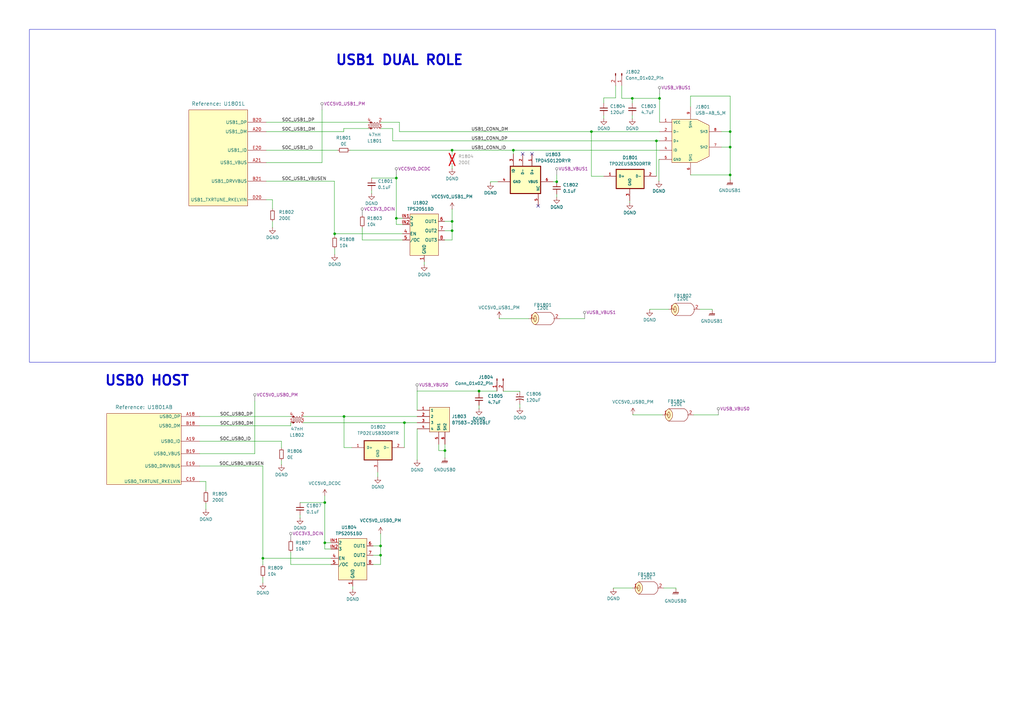
<source format=kicad_sch>
(kicad_sch (version 20250114) (generator "eeschema") (generator_version "9.0")
  (paper "A3")
  (title_block (title "Barre de son (base saine)") (date "2025-05-16") (rev "1.0") (company "NDH"))
  (lib_symbols
    (symbol "Connector:Conn_01x02_Pin" (pin_names (offset 1.016) (hide yes))
      (property "Reference" "J" (at 0 2.54 0))
      (property "Value" "Conn_01x02_Pin" (at 0 -5.08 0))
      (symbol "Conn_01x02_Pin_1_1"
        (pin passive line (at 5.08 0 180) (length 3.81) (name "Pin_1") (number "1"))
        (pin passive line (at 5.08 -2.54 180) (length 3.81) (name "Pin_2") (number "2"))
      )
    )
    (symbol "Device:C_Polarized_Small_US" (pin_numbers (hide yes)) (pin_names (offset 0.254) (hide yes))
      (property "Reference" "C" (at 0.254 1.778 0))
      (property "Value" "C_Polarized_Small_US" (at 0.254 -2.032 0))
      (symbol "C_Polarized_Small_US_1_1"
        (pin passive line (at 0 2.54 270) (length 2.032) (name "~") (number "1"))
        (pin passive line (at 0 -2.54 90) (length 2.032) (name "~") (number "2"))
      )
    )
    (symbol "Device:C_Small" (pin_numbers (hide yes)) (pin_names (offset 0.254) (hide yes))
      (property "Reference" "C" (at 0.254 1.778 0))
      (property "Value" "C_Small" (at 0.254 -2.032 0))
      (symbol "C_Small_1_1"
        (pin passive line (at 0 2.54 270) (length 2.032) (name "~") (number "1"))
        (pin passive line (at 0 -2.54 90) (length 2.032) (name "~") (number "2"))
      )
    )
    (symbol "Device:L_Iron_Coupled_Small_1342" (pin_names (offset 0.254) (hide yes))
      (property "Reference" "L" (at 0 3.175 0))
      (property "Value" "L_Iron_Coupled_Small_1342" (at 0 -3.175 0))
      (symbol "L_Iron_Coupled_Small_1342_1_1"
        (pin passive line (at -2.54 1.27 0) (length 0.508) (name "1") (number "1"))
        (pin passive line (at -2.54 -1.27 0) (length 0.508) (name "4") (number "4"))
        (pin passive line (at 2.54 1.27 180) (length 0.508) (name "3") (number "3"))
        (pin passive line (at 2.54 -1.27 180) (length 0.508) (name "2") (number "2"))
      )
    )
    (symbol "Device:R_Small" (pin_numbers (hide yes)) (pin_names (offset 0.254) (hide yes))
      (property "Reference" "R" (at 0.762 0.508 0))
      (property "Value" "R_Small" (at 0.762 -1.016 0))
      (symbol "R_Small_1_1"
        (pin passive line (at 0 2.54 270) (length 0.762) (name "~") (number "1"))
        (pin passive line (at 0 -2.54 90) (length 0.762) (name "~") (number "2"))
      )
    )
    (symbol "Libglobal:66AK2G12ABY100" (pin_names (offset 0.254))
      (property "Reference" "U" (at -46.228 -50.8 0) (show_name))
      (symbol "66AK2G12ABY100_1_1"
        (pin bidirectional line (at -68.58 110.49 0) (length 7.62) (name "DDR3_DQS0_P") (number "AD1"))
        (pin bidirectional line (at -68.58 107.95 0) (length 7.62) (name "DDR3_DQS0_N") (number "AE2"))
        (pin bidirectional line (at -68.58 102.87 0) (length 7.62) (name "DDR3_DQS1_P") (number "AD4"))
        (pin bidirectional line (at -68.58 100.33 0) (length 7.62) (name "DDR3_DQS1_N") (number "AE4"))
        (pin bidirectional line (at -68.58 95.25 0) (length 7.62) (name "DDR3_DQS2_P") (number "AE6"))
        (pin bidirectional line (at -68.58 92.71 0) (length 7.62) (name "DDR3_DQS2_N") (number "AD6"))
        (pin bidirectional line (at -68.58 87.63 0) (length 7.62) (name "DDR3_DQS3_P") (number "AE9"))
        (pin bidirectional line (at -68.58 85.09 0) (length 7.62) (name "DDR3_DQS3_N") (number "AD9"))
        (pin bidirectional line (at -68.58 80.01 0) (length 7.62) (name "DDR3_CBDQS_P") (number "AE12"))
        (pin bidirectional line (at -68.58 77.47 0) (length 7.62) (name "DDR3_CBDQS_N") (number "AD12"))
        (pin tri_state line (at -68.58 72.39 0) (length 7.62) (name "DDR3_DQM0") (number "AB4"))
        (pin tri_state line (at -68.58 69.85 0) (length 7.62) (name "DDR3_DQM1") (number "AA5"))
        (pin tri_state line (at -68.58 67.31 0) (length 7.62) (name "DDR3_DQM2") (number "AC8"))
        (pin tri_state line (at -68.58 64.77 0) (length 7.62) (name "DDR3_DQM3") (number "AA9"))
        (pin bidirectional line (at -68.58 58.42 0) (length 7.62) (name "DDR3_CBDQM") (number "Y11"))
        (pin tri_state line (at -68.58 50.8 0) (length 7.62) (name "DDR3_ODT0") (number "AA13"))
        (pin bidirectional line (at -68.58 48.26 0) (length 7.62) (name "DDR3_ODT1") (number "Y12"))
        (pin bidirectional line (at -68.58 41.91 0) (length 7.62) (name "DDR3_CB00") (number "AA11"))
        (pin bidirectional line (at -68.58 39.37 0) (length 7.62) (name "DDR3_CB01") (number "AB11"))
        (pin bidirectional line (at -68.58 36.83 0) (length 7.62) (name "DDR3_CB02") (number "AC11"))
        (pin bidirectional line (at -68.58 34.29 0) (length 7.62) (name "DDR3_CB03") (number "AC12"))
        (pin tri_state line (at -68.58 27.94 0) (length 7.62) (name "DDR3_CKE0") (number "AB18"))
        (pin bidirectional line (at -68.58 25.4 0) (length 7.62) (name "DDR3_CKE1") (number "AC18"))
        (pin tri_state line (at -68.58 19.05 0) (length 7.62) (name "DDR3_CEn0") (number "AD13"))
        (pin bidirectional line (at -68.58 16.51 0) (length 7.62) (name "DDR3_CEn1") (number "AB12"))
        (pin tri_state line (at -68.58 10.16 0) (length 7.62) (name "DDR_CLK_N") (number "AD24"))
        (pin tri_state line (at -68.58 7.62 0) (length 7.62) (name "DDR_CLK_P") (number "AE24"))
        (pin tri_state line (at -68.58 1.27 0) (length 7.62) (name "DDR3_CLKOUT_P0") (number "AE15"))
        (pin tri_state line (at -68.58 -1.27 0) (length 7.62) (name "DDR3_CLKOUT_N0") (number "AD15"))
        (pin tri_state line (at -68.58 -7.62 0) (length 7.62) (name "DDR3_CLKOUT_P1") (number "AE16"))
        (pin tri_state line (at -68.58 -10.16 0) (length 7.62) (name "DDR3_CLKOUT_N1") (number "AD16"))
        (pin unspecified line (at -68.58 -16.51 0) (length 7.62) (name "DDR3_RZQ0") (number "W12"))
        (pin unspecified line (at -68.58 -19.05 0) (length 7.62) (name "DDR3_RZQ1") (number "V9"))
        (pin tri_state line (at -68.58 -25.4 0) (length 7.62) (name "DDR3_CASn") (number "AC13"))
        (pin tri_state line (at -68.58 -27.94 0) (length 7.62) (name "DDR3_RASn") (number "AE13"))
        (pin tri_state line (at -68.58 -34.29 0) (length 7.62) (name "DDR3_WEn") (number "Y13"))
        (pin tri_state line (at -68.58 -40.64 0) (length 7.62) (name "DDR3_RESETn") (number "Y18"))
        (pin tri_state line (at 2.54 110.49 180) (length 7.62) (name "DDR3_A00") (number "AC15"))
        (pin tri_state line (at 2.54 107.95 180) (length 7.62) (name "DDR3_A01") (number "Y15"))
        (pin tri_state line (at 2.54 105.41 180) (length 7.62) (name "DDR3_A02") (number "AC16"))
        (pin tri_state line (at 2.54 102.87 180) (length 7.62) (name "DDR3_A03") (number "AA15"))
        (pin tri_state line (at 2.54 100.33 180) (length 7.62) (name "DDR3_A04") (number "AB16"))
        (pin tri_state line (at 2.54 97.79 180) (length 7.62) (name "DDR3_A05") (number "AE17"))
        (pin tri_state line (at 2.54 95.25 180) (length 7.62) (name "DDR3_A06") (number "AC14"))
        (pin tri_state line (at 2.54 92.71 180) (length 7.62) (name "DDR3_A07") (number "AB15"))
        (pin tri_state line (at 2.54 90.17 180) (length 7.62) (name "DDR3_A08") (number "AC17"))
        (pin tri_state line (at 2.54 87.63 180) (length 7.62) (name "DDR3_A09") (number "AB17"))
        (pin tri_state line (at 2.54 85.09 180) (length 7.62) (name "DDR3_A10") (number "AB14"))
        (pin tri_state line (at 2.54 82.55 180) (length 7.62) (name "DDR3_A11") (number "AA16"))
        (pin tri_state line (at 2.54 80.01 180) (length 7.62) (name "DDR3_A12") (number "AA17"))
        (pin tri_state line (at 2.54 77.47 180) (length 7.62) (name "DDR3_A13") (number "AA12"))
        (pin tri_state line (at 2.54 74.93 180) (length 7.62) (name "DDR3_A14") (number "Y17"))
        (pin tri_state line (at 2.54 72.39 180) (length 7.62) (name "DDR3_A15") (number "Y16"))
        (pin tri_state line (at 2.54 66.04 180) (length 7.62) (name "DDR3_BA0") (number "AA14"))
        (pin tri_state line (at 2.54 62.23 180) (length 7.62) (name "DDR3_BA1") (number "AB13"))
        (pin tri_state line (at 2.54 58.42 180) (length 7.62) (name "DDR3_BA2") (number "AD17"))
        (pin bidirectional line (at 2.54 52.07 180) (length 7.62) (name "DDR3_D00") (number "AD2"))
        (pin bidirectional line (at 2.54 49.53 180) (length 7.62) (name "DDR3_D01") (number "Y4"))
        (pin bidirectional line (at 2.54 46.99 180) (length 7.62) (name "DDR3_D02") (number "AC3"))
        (pin bidirectional line (at 2.54 44.45 180) (length 7.62) (name "DDR3_D03") (number "AC2"))
        (pin bidirectional line (at 2.54 41.91 180) (length 7.62) (name "DDR3_D04") (number "AE3"))
        (pin bidirectional line (at 2.54 39.37 180) (length 7.62) (name "DDR3_D05") (number "AA4"))
        (pin bidirectional line (at 2.54 36.83 180) (length 7.62) (name "DDR3_D06") (number "AD3"))
        (pin bidirectional line (at 2.54 34.29 180) (length 7.62) (name "DDR3_D07") (number "AB3"))
        (pin bidirectional line (at 2.54 29.21 180) (length 7.62) (name "DDR3_D08") (number "AA6"))
        (pin bidirectional line (at 2.54 26.67 180) (length 7.62) (name "DDR3_D09") (number "Y7"))
        (pin bidirectional line (at 2.54 24.13 180) (length 7.62) (name "DDR3_D10") (number "Y6"))
        (pin bidirectional line (at 2.54 21.59 180) (length 7.62) (name "DDR3_D11") (number "AC5"))
        (pin bidirectional line (at 2.54 19.05 180) (length 7.62) (name "DDR3_D12") (number "AB6"))
        (pin bidirectional line (at 2.54 16.51 180) (length 7.62) (name "DDR3_D13") (number "Y5"))
        (pin bidirectional line (at 2.54 13.97 180) (length 7.62) (name "DDR3_D14") (number "AC4"))
        (pin bidirectional line (at 2.54 11.43 180) (length 7.62) (name "DDR3_D15") (number "AB5"))
        (pin bidirectional line (at 2.54 6.35 180) (length 7.62) (name "DDR3_D16") (number "AB7"))
        (pin bidirectional line (at 2.54 3.81 180) (length 7.62) (name "DDR3_D17") (number "AB8"))
        (pin bidirectional line (at 2.54 1.27 180) (length 7.62) (name "DDR3_D18") (number "AC7"))
        (pin bidirectional line (at 2.54 -1.27 180) (length 7.62) (name "DDR3_D19") (number "AA7"))
        (pin bidirectional line (at 2.54 -3.81 180) (length 7.62) (name "DDR3_D20") (number "AA8"))
        (pin bidirectional line (at 2.54 -6.35 180) (length 7.62) (name "DDR3_D21") (number "AC6"))
        (pin bidirectional line (at 2.54 -8.89 180) (length 7.62) (name "DDR3_D22") (number "AE7"))
        (pin bidirectional line (at 2.54 -11.43 180) (length 7.62) (name "DDR3_D23") (number "AD7"))
        (pin bidirectional line (at 2.54 -16.51 180) (length 7.62) (name "DDR3_D24") (number "AA10"))
        (pin bidirectional line (at 2.54 -19.05 180) (length 7.62) (name "DDR3_D25") (number "AE10"))
        (pin bidirectional line (at 2.54 -21.59 180) (length 7.62) (name "DDR3_D26") (number "AD10"))
        (pin bidirectional line (at 2.54 -24.13 180) (length 7.62) (name "DDR3_D27") (number "AC10"))
        (pin bidirectional line (at 2.54 -26.67 180) (length 7.62) (name "DDR3_D28") (number "AC9"))
        (pin bidirectional line (at 2.54 -29.21 180) (length 7.62) (name "DDR3_D29") (number "AB10"))
        (pin bidirectional line (at 2.54 -31.75 180) (length 7.62) (name "DDR3_D30") (number "AB9"))
        (pin bidirectional line (at 2.54 -34.29 180) (length 7.62) (name "DDR3_D31") (number "Y8"))
      )
      (symbol "66AK2G12ABY100_2_1"
        (pin bidirectional line (at -6.35 44.45 180) (length 7.62) (name "DSS_DATA0") (number "V22"))
        (pin bidirectional line (at -6.35 41.91 180) (length 7.62) (name "DSS_DATA1") (number "U21"))
        (pin bidirectional line (at -6.35 39.37 180) (length 7.62) (name "DSS_DATA2") (number "W22"))
        (pin bidirectional line (at -6.35 36.83 180) (length 7.62) (name "DSS_DATA3") (number "V23"))
        (pin bidirectional line (at -6.35 34.29 180) (length 7.62) (name "DSS_DATA4") (number "U23"))
        (pin bidirectional line (at -6.35 31.75 180) (length 7.62) (name "DSS_DATA5") (number "V24"))
        (pin bidirectional line (at -6.35 29.21 180) (length 7.62) (name "DSS_DATA6") (number "T21"))
        (pin bidirectional line (at -6.35 26.67 180) (length 7.62) (name "DSS_DATA7") (number "U22"))
        (pin bidirectional line (at -6.35 24.13 180) (length 7.62) (name "DSS_DATA8") (number "T22"))
        (pin bidirectional line (at -6.35 21.59 180) (length 7.62) (name "DSS_DATA9") (number "R21"))
        (pin bidirectional line (at -6.35 19.05 180) (length 7.62) (name "DSS_DATA10") (number "U24"))
        (pin bidirectional line (at -6.35 16.51 180) (length 7.62) (name "DSS_DATA11") (number "V25"))
        (pin bidirectional line (at -6.35 13.97 180) (length 7.62) (name "DSS_DATA12") (number "T24"))
        (pin bidirectional line (at -6.35 11.43 180) (length 7.62) (name "DSS_DATA13") (number "P21"))
        (pin bidirectional line (at -6.35 8.89 180) (length 7.62) (name "DSS_DATA14") (number "U25"))
        (pin bidirectional line (at -6.35 6.35 180) (length 7.62) (name "DSS_DATA15") (number "R22"))
        (pin bidirectional line (at -6.35 3.81 180) (length 7.62) (name "DSS_DATA16") (number "P23"))
        (pin bidirectional line (at -6.35 1.27 180) (length 7.62) (name "DSS_DATA17") (number "R24"))
        (pin bidirectional line (at -6.35 -1.27 180) (length 7.62) (name "DSS_DATA18") (number "N22"))
        (pin bidirectional line (at -6.35 -3.81 180) (length 7.62) (name "DSS_DATA19") (number "T25"))
        (pin bidirectional line (at -6.35 -6.35 180) (length 7.62) (name "DSS_DATA20") (number "N24"))
        (pin bidirectional line (at -6.35 -8.89 180) (length 7.62) (name "DSS_DATA21") (number "P24"))
        (pin bidirectional line (at -6.35 -11.43 180) (length 7.62) (name "DSS_DATA22") (number "P25"))
        (pin bidirectional line (at -6.35 -13.97 180) (length 7.62) (name "DSS_DATA23") (number "N23"))
        (pin bidirectional line (at -6.35 -20.32 180) (length 7.62) (name "DSS_VSYNC") (number "R25"))
        (pin bidirectional line (at -6.35 -24.13 180) (length 7.62) (name "DSS_HSYNC") (number "P22"))
        (pin bidirectional line (at -6.35 -27.94 180) (length 7.62) (name "DSS_PCLK") (number "N25"))
        (pin bidirectional line (at -6.35 -31.75 180) (length 7.62) (name "DSS_FID") (number "L25"))
        (pin bidirectional line (at -6.35 -35.56 180) (length 7.62) (name "DSS_DE") (number "M25"))
        (pin bidirectional line (at -6.35 -41.91 180) (length 7.62) (name "PR1_MDIO_DATA") (number "E18"))
      )
      (symbol "66AK2G12ABY100_3_1"
        (pin bidirectional line (at 1.27 71.12 180) (length 7.62) (name "PR1_PRU1_GPO0/PR1_PRU1_GPI0/GPIO1_26") (number "A14"))
        (pin bidirectional line (at 1.27 66.04 180) (length 7.62) (name "PR1_PRU1_GPO1/PR1_PRU1_GPI1/GPIO1_27") (number "B14"))
        (pin bidirectional line (at 1.27 60.96 180) (length 7.62) (name "PR1_PRU1_GPO2/PR1_PRU1_GPI2/GPIO1_28") (number "C14"))
        (pin bidirectional line (at 1.27 55.88 180) (length 7.62) (name "PR1_PRU1_GPO3/PR1_PRU1_GPI3/GPIO1_29") (number "E14"))
        (pin bidirectional line (at 1.27 50.8 180) (length 7.62) (name "PR1_PRU1_GPO4/PR1_PRU1_GPI4/GPIO1_30") (number "D14"))
        (pin bidirectional line (at 1.27 45.72 180) (length 7.62) (name "PR1_PRU1_GPO5/PR1_PRU1_GPI5/GPIO1_31") (number "A15"))
        (pin bidirectional line (at 1.27 40.64 180) (length 7.62) (name "PR1_PRU1_GPO6/PR1_PRU1_GPI6/GPIO1_32") (number "F14"))
        (pin bidirectional line (at 1.27 35.56 180) (length 7.62) (name "PR1_PRU1_GPO7/PR1_PRU1_GPI7/GPIO1_33") (number "B15"))
        (pin bidirectional line (at 1.27 30.48 180) (length 7.62) (name "PR1_PRU1_GPO8/PR1_PRU1_GPI8/GPIO1_34") (number "C15"))
        (pin bidirectional line (at 1.27 25.4 180) (length 7.62) (name "PR1_PRU1_GPO15/PR1_PRU1_GPI15/GPIO1_41") (number "C18"))
        (pin bidirectional line (at 1.27 19.05 180) (length 7.62) (name "PR1_PRU1_GPO16/PR1_PRU1_GPI16/GPIO1_42") (number "D16"))
        (pin bidirectional line (at 1.27 8.89 180) (length 7.62) (name "GPMC_BEn1/GPIO0_21") (number "AB24"))
        (pin bidirectional line (at 1.27 3.81 180) (length 7.62) (name "GPMC_CLK/GPIO0_16") (number "AB23"))
        (pin bidirectional line (at 1.27 -5.08 180) (length 7.62) (name "MII_RXER/RMII_RXER/GPIO0_82") (number "F23"))
        (pin bidirectional line (at 1.27 -11.43 180) (length 7.62) (name "MII_COL/GPIO0_83") (number "B25"))
        (pin bidirectional line (at 1.27 -17.78 180) (length 7.62) (name "MII_CRS/RMII_CRS_DV/GPIO0_84") (number "G22"))
        (pin bidirectional line (at 1.27 -29.21 180) (length 7.62) (name "SPI3_SCSn1/PR0_UART0_RXD/GPIO0_87") (number "E25"))
        (pin bidirectional line (at 1.27 -36.83 180) (length 7.62) (name "SPI1_SCSn1/GPIO0_100") (number "N3"))
      )
      (symbol "66AK2G12ABY100_4_1"
        (pin bidirectional line (at -15.24 -25.4 180) (length 7.62) (name "SPI0_SOMI") (number "M1"))
        (pin bidirectional line (at -15.24 -30.48 180) (length 7.62) (name "SPI0_SIMO") (number "N4"))
        (pin bidirectional line (at -15.24 -35.56 180) (length 7.62) (name "SPI0_CLK") (number "M2"))
        (pin bidirectional line (at -15.24 -40.64 180) (length 7.62) (name "SPI0_SCSn0") (number "M3"))
        (pin bidirectional line (at -15.24 -45.72 180) (length 7.62) (name "SPI0_SCSn1") (number "M4"))
      )
      (symbol "66AK2G12ABY100_5_1"
        (pin bidirectional line (at -7.62 31.75 180) (length 7.62) (name "GPMC_AD0") (number "AC21"))
        (pin bidirectional line (at -7.62 29.21 180) (length 7.62) (name "GPMC_AD1") (number "AE20"))
        (pin bidirectional line (at -7.62 26.67 180) (length 7.62) (name "GPMC_AD2") (number "AD22"))
        (pin bidirectional line (at -7.62 24.13 180) (length 7.62) (name "GPMC_AD3") (number "AD20"))
        (pin bidirectional line (at -7.62 21.59 180) (length 7.62) (name "GPMC_AD4") (number "AE21"))
        (pin bidirectional line (at -7.62 19.05 180) (length 7.62) (name "GPMC_AD5") (number "AE22"))
        (pin bidirectional line (at -7.62 16.51 180) (length 7.62) (name "GPMC_AD6") (number "AC20"))
        (pin bidirectional line (at -7.62 13.97 180) (length 7.62) (name "GPMC_AD7") (number "AD21"))
        (pin bidirectional line (at -7.62 11.43 180) (length 7.62) (name "GPMC_AD8") (number "AE23"))
        (pin bidirectional line (at -7.62 8.89 180) (length 7.62) (name "GPMC_AD9") (number "AB20"))
        (pin bidirectional line (at -7.62 6.35 180) (length 7.62) (name "GPMC_AD10") (number "AA20"))
        (pin bidirectional line (at -7.62 3.81 180) (length 7.62) (name "GPMC_AD11") (number "AD23"))
        (pin bidirectional line (at -7.62 1.27 180) (length 7.62) (name "GPMC_AD12") (number "AA21"))
        (pin bidirectional line (at -7.62 -1.27 180) (length 7.62) (name "GPMC_AD13") (number "AB21"))
        (pin bidirectional line (at -7.62 -3.81 180) (length 7.62) (name "GPMC_AD14") (number "AB22"))
        (pin bidirectional line (at -7.62 -6.35 180) (length 7.62) (name "GPMC_AD15") (number "AA22"))
        (pin bidirectional line (at -7.62 -16.51 180) (length 7.62) (name "GPMC_ADVn_ALE") (number "AC23"))
        (pin bidirectional line (at -7.62 -19.05 180) (length 7.62) (name "GPMC_OEn_REn") (number "AC22"))
        (pin bidirectional line (at -7.62 -21.59 180) (length 7.62) (name "GPMC_WEn") (number "Y22"))
        (pin bidirectional line (at -7.62 -24.13 180) (length 7.62) (name "GPMC_BEn0_CLE") (number "AC24"))
        (pin bidirectional line (at -7.62 -26.67 180) (length 7.62) (name "GPMC_WAIT0") (number "Y24"))
        (pin bidirectional line (at -7.62 -36.83 180) (length 7.62) (name "GPMC_WPn") (number "W25"))
        (pin bidirectional line (at -7.62 -43.18 180) (length 7.62) (name "GPMC_CSn0") (number "AB25"))
      )
      (symbol "66AK2G12ABY100_6_1"
        (pin bidirectional line (at -11.43 8.89 180) (length 7.62) (name "MMC1_DAT0") (number "H3"))
        (pin bidirectional line (at -11.43 3.81 180) (length 7.62) (name "MMC1_DAT1") (number "F5"))
        (pin bidirectional line (at -11.43 -1.27 180) (length 7.62) (name "MMC1_DAT2") (number "J5"))
        (pin bidirectional line (at -11.43 -6.35 180) (length 7.62) (name "MMC1_DAT3") (number "H4"))
        (pin bidirectional line (at -11.43 -11.43 180) (length 7.62) (name "MMC1_DAT4") (number "E3"))
        (pin bidirectional line (at -11.43 -13.97 180) (length 7.62) (name "MMC1_DAT5") (number "G4"))
        (pin bidirectional line (at -11.43 -16.51 180) (length 7.62) (name "MMC1_DAT6") (number "F4"))
        (pin bidirectional line (at -11.43 -19.05 180) (length 7.62) (name "MMC1_DAT7") (number "G5"))
        (pin bidirectional line (at -11.43 -24.13 180) (length 7.62) (name "MMC1_CLK") (number "J4"))
        (pin bidirectional line (at -11.43 -29.21 180) (length 7.62) (name "MMC1_CMD") (number "J2"))
        (pin bidirectional line (at -11.43 -34.29 180) (length 7.62) (name "MMC1_POW") (number "K2"))
        (pin bidirectional line (at -11.43 -36.83 180) (length 7.62) (name "MMC1_SDCD") (number "J3"))
        (pin bidirectional line (at -11.43 -43.18 180) (length 7.62) (name "MMC1_SDWP") (number "K3"))
      )
      (symbol "66AK2G12ABY100_7_1"
        (pin bidirectional line (at -13.97 29.21 180) (length 7.62) (name "MII_TXD0") (number "G23"))
        (pin bidirectional line (at -13.97 24.13 180) (length 7.62) (name "MII_TXD1") (number "G24"))
        (pin bidirectional line (at -13.97 19.05 180) (length 7.62) (name "MII_TXD2") (number "G25"))
        (pin bidirectional line (at -13.97 13.97 180) (length 7.62) (name "MII_TXD3") (number "D25"))
        (pin bidirectional line (at -13.97 6.35 180) (length 7.62) (name "MII_TXCLK") (number "C25"))
        (pin bidirectional line (at -13.97 1.27 180) (length 7.62) (name "MII_TXEN") (number "H25"))
        (pin bidirectional line (at -13.97 -6.35 180) (length 7.62) (name "MDIO_CLK") (number "U3"))
        (pin bidirectional line (at -13.97 -10.16 180) (length 7.62) (name "MDIO_DATA") (number "V3"))
        (pin bidirectional line (at -13.97 -17.78 180) (length 7.62) (name "MII_RXCLK") (number "A22"))
        (pin bidirectional line (at -13.97 -22.86 180) (length 7.62) (name "MII_RXDV") (number "A24"))
        (pin bidirectional line (at -13.97 -30.48 180) (length 7.62) (name "MII_RXD0") (number "B24"))
        (pin bidirectional line (at -13.97 -35.56 180) (length 7.62) (name "MII_RXD1") (number "C23"))
        (pin bidirectional line (at -13.97 -40.64 180) (length 7.62) (name "MII_RXD2") (number "B23"))
        (pin bidirectional line (at -13.97 -45.72 180) (length 7.62) (name "MII_RXD3") (number "F22"))
      )
      (symbol "66AK2G12ABY100_8_1"
        (pin input line (at -10.16 -5.08 180) (length 7.62) (name "NMIn") (number "W1"))
        (pin input line (at -10.16 -10.16 180) (length 7.62) (name "PORn") (number "AA3"))
        (pin input line (at -10.16 -15.24 180) (length 7.62) (name "LRESETNMIENn") (number "V1"))
        (pin input line (at -10.16 -20.32 180) (length 7.62) (name "LRESETn") (number "V2"))
        (pin input line (at -10.16 -25.4 180) (length 7.62) (name "RESETn") (number "W3"))
        (pin input line (at -10.16 -30.48 180) (length 7.62) (name "RESETFULLn") (number "W2"))
        (pin output line (at -10.16 -38.1 180) (length 7.62) (name "RESETSTATn") (number "Y2"))
        (pin tri_state line (at -10.16 -45.72 180) (length 7.62) (name "BOOTCOMPLETE") (number "Y3"))
      )
      (symbol "66AK2G12ABY100_9_1"
        (pin input line (at -69.85 8.89 0) (length 7.62) (name "AUDOSC_IN") (number "C17"))
        (pin output line (at -69.85 3.81 0) (length 7.62) (name "AUDOSC_OUT") (number "A17"))
        (pin power_in line (at -69.85 -1.27 0) (length 7.62) (name "VSS_OSC_AUDIO") (number "B17"))
        (pin output line (at -69.85 -12.7 0) (length 7.62) (name "USB1_XO") (number "C20"))
        (pin output line (at -69.85 -17.78 0) (length 7.62) (name "USB0_XO") (number "D19"))
        (pin tri_state line (at -69.85 -26.67 0) (length 7.62) (name "OBSPLL_LOCK") (number "N5"))
        (pin output line (at -69.85 -30.48 0) (length 7.62) (name "OBSCLK_P") (number "K1"))
        (pin output line (at -69.85 -34.29 0) (length 7.62) (name "OBSCLK_N") (number "L1"))
        (pin output line (at -69.85 -44.45 0) (length 7.62) (name "RMII_REFCLK/PR0_eCAP0_eCAP_SYNCOUT") (number "D24"))
        (pin input line (at 6.35 8.89 180) (length 7.62) (name "SYSOSC_IN") (number "AC19"))
        (pin output line (at 6.35 3.81 180) (length 7.62) (name "SYSOSC_OUT") (number "AE19"))
        (pin power_in line (at 6.35 -1.27 180) (length 7.62) (name "VSS_OSC_SYS") (number "AD19"))
        (pin input line (at 6.35 -10.16 180) (length 7.62) (name "SYSCLK_P") (number "AD25"))
        (pin input line (at 6.35 -15.24 180) (length 7.62) (name "SYSCLK_N") (number "AC25"))
        (pin input line (at 6.35 -24.13 180) (length 7.62) (name "SYSCLKSEL") (number "R1"))
        (pin tri_state line (at 6.35 -30.48 180) (length 7.62) (name "SYSCLKOUT") (number "M21"))
        (pin input line (at 6.35 -39.37 180) (length 7.62) (name "CPTS_REFCLK_P") (number "K21"))
        (pin input line (at 6.35 -44.45 180) (length 7.62) (name "CPTS_REFCLK_N") (number "L21"))
      )
      (symbol "66AK2G12ABY100_10_1"
        (pin input line (at -17.78 -17.78 180) (length 7.62) (name "TDI") (number "L5"))
        (pin tri_state line (at -17.78 -21.59 180) (length 7.62) (name "TDO") (number "K5"))
        (pin input line (at -17.78 -25.4 180) (length 7.62) (name "TCK") (number "L3"))
        (pin input line (at -17.78 -29.21 180) (length 7.62) (name "TMS") (number "K4"))
        (pin input line (at -17.78 -33.02 180) (length 7.62) (name "TRSTn") (number "L4"))
        (pin bidirectional line (at -17.78 -39.37 180) (length 7.62) (name "EMU00") (number "M22"))
        (pin bidirectional line (at -17.78 -45.72 180) (length 7.62) (name "EMU01") (number "L22"))
      )
      (symbol "66AK2G12ABY100_11_1"
        (pin bidirectional line (at -10.16 5.08 180) (length 7.62) (name "MLBP_DAT_P") (number "K23"))
        (pin bidirectional line (at -10.16 0 180) (length 7.62) (name "MLBP_DAT_N") (number "K22"))
        (pin bidirectional line (at -10.16 -6.35 180) (length 7.62) (name "MLBP_SIG_P") (number "L24"))
        (pin bidirectional line (at -10.16 -11.43 180) (length 7.62) (name "MLBP_SIG_N") (number "M24"))
        (pin input line (at -10.16 -19.05 180) (length 7.62) (name "MLBP_CLK_P") (number "M23"))
        (pin input line (at -10.16 -24.13 180) (length 7.62) (name "MLBP_CLK_N") (number "L23"))
        (pin bidirectional line (at -10.16 -34.29 180) (length 7.62) (name "GPMC_WAIT1") (number "AA24"))
        (pin bidirectional line (at -10.16 -39.37 180) (length 7.62) (name "GPMC_DIR") (number "AA25"))
        (pin bidirectional line (at -10.16 -44.45 180) (length 7.62) (name "GPMC_CSn1") (number "W24"))
      )
      (symbol "66AK2G12ABY100_12_1"
        (pin bidirectional line (at -13.97 -13.97 180) (length 7.62) (name "USB1_DP") (number "B20"))
        (pin bidirectional line (at -13.97 -17.78 180) (length 7.62) (name "USB1_DM") (number "A20"))
        (pin unspecified line (at -13.97 -25.4 180) (length 7.62) (name "USB1_ID") (number "E20"))
        (pin unspecified line (at -13.97 -30.48 180) (length 7.62) (name "USB1_VBUS") (number "A21"))
        (pin tri_state line (at -13.97 -38.1 180) (length 7.62) (name "USB1_DRVVBUS") (number "B21"))
        (pin unspecified line (at -13.97 -45.72 180) (length 7.62) (name "USB1_TXRTUNE_RKELVIN") (number "D20"))
      )
      (symbol "66AK2G12ABY100_13_1"
        (pin bidirectional line (at -16.51 -38.1 180) (length 7.62) (name "I2C0_SCL") (number "U5"))
        (pin bidirectional line (at -16.51 -45.72 180) (length 7.62) (name "I2C0_SDA") (number "W5"))
      )
      (symbol "66AK2G12ABY100_14_1"
        (pin bidirectional line (at -7.62 -7.62 180) (length 7.62) (name "QSPI_D0") (number "J23"))
        (pin bidirectional line (at -7.62 -11.43 180) (length 7.62) (name "QSPI_D1") (number "J22"))
        (pin bidirectional line (at -7.62 -15.24 180) (length 7.62) (name "QSPI_D2") (number "J21"))
        (pin bidirectional line (at -7.62 -19.05 180) (length 7.62) (name "QSPI_D3") (number "J24"))
        (pin bidirectional line (at -7.62 -25.4 180) (length 7.62) (name "QSPI_CSn0") (number "J25"))
        (pin bidirectional line (at -7.62 -31.75 180) (length 7.62) (name "QSPI_CLK") (number "K25"))
        (pin bidirectional line (at -7.62 -38.1 180) (length 7.62) (name "QSPI_RCLK") (number "K24"))
        (pin bidirectional line (at -7.62 -45.72 180) (length 7.62) (name "QSPI_CSn1") (number "H23"))
      )
      (symbol "66AK2G12ABY100_15_1"
        (pin tri_state line (at -15.24 -34.29 180) (length 7.62) (name "UART0_TXD") (number "T1"))
        (pin input line (at -15.24 -38.1 180) (length 7.62) (name "UART0_RXD") (number "T4"))
        (pin bidirectional line (at -15.24 -41.91 180) (length 7.62) (name "UART0_CTSn") (number "T2"))
        (pin bidirectional line (at -15.24 -45.72 180) (length 7.62) (name "UART0_RTSn") (number "U1"))
      )
      (symbol "66AK2G12ABY100_16_1"
        (pin output line (at -13.97 -6.35 180) (length 7.62) (name "PCIE_TXP0") (number "G1"))
        (pin output line (at -13.97 -11.43 180) (length 7.62) (name "PCIE_TXN0") (number "H1"))
        (pin input line (at -13.97 -19.05 180) (length 7.62) (name "PCIE_RXP0") (number "E1"))
        (pin input line (at -13.97 -24.13 180) (length 7.62) (name "PCIE_RXN0") (number "D1"))
        (pin input line (at -13.97 -31.75 180) (length 7.62) (name "PCIE_CLK_P") (number "G2"))
        (pin input line (at -13.97 -35.56 180) (length 7.62) (name "PCIE_CLK_N") (number "F2"))
        (pin unspecified line (at -13.97 -43.18 180) (length 7.62) (name "PCIE_REFRES") (number "H7"))
      )
      (symbol "66AK2G12ABY100_17_1"
        (pin bidirectional line (at -8.89 -30.48 180) (length 7.62) (name "DCAN0_TX") (number "P5"))
        (pin bidirectional line (at -8.89 -35.56 180) (length 7.62) (name "DCAN0_RX") (number "R5"))
        (pin bidirectional line (at -8.89 -43.18 180) (length 7.62) (name "QSPI_CSn2") (number "H22"))
        (pin bidirectional line (at -8.89 -46.99 180) (length 7.62) (name "QSPI_CSn3") (number "H21"))
      )
      (symbol "66AK2G12ABY100_18_1"
        (pin bidirectional line (at -6.35 3.81 180) (length 7.62) (name "eHRPWM3_A") (number "A23"))
        (pin bidirectional line (at -6.35 0 180) (length 7.62) (name "eHRPWM3_B") (number "B22"))
        (pin bidirectional line (at -6.35 -3.81 180) (length 7.62) (name "MII_TXER") (number "H24"))
        (pin bidirectional line (at -6.35 -7.62 180) (length 7.62) (name "eHRPWM3_SYNCO") (number "D23"))
        (pin bidirectional line (at -6.35 -11.43 180) (length 7.62) (name "eHRPWM3_SYNCI") (number "C22"))
        (pin bidirectional line (at -6.35 -17.78 180) (length 7.62) (name "PR1_PRU0_GPO18") (number "D12"))
        (pin bidirectional line (at -6.35 -21.59 180) (length 7.62) (name "PR1_PRU0_GPO19") (number "D13"))
        (pin bidirectional line (at -6.35 -25.4 180) (length 7.62) (name "PR1_PRU0_GPO17") (number "E13"))
        (pin bidirectional line (at -6.35 -31.75 180) (length 7.62) (name "PR1_PRU1_GPO18") (number "E17"))
        (pin bidirectional line (at -6.35 -35.56 180) (length 7.62) (name "PR1_PRU1_GPO19") (number "E16"))
        (pin bidirectional line (at -6.35 -39.37 180) (length 7.62) (name "PR1_PRU1_GPO17") (number "F16"))
        (pin bidirectional line (at -6.35 -45.72 180) (length 7.62) (name "PR1_MDIO_MDCLK") (number "D18"))
      )
      (symbol "66AK2G12ABY100_19_1"
        (pin unspecified line (at -8.89 -3.81 180) (length 7.62) (name "RSV1") (number "AA19"))
        (pin input line (at -8.89 -7.62 180) (length 7.62) (name "RSV2") (number "AB19"))
        (pin unspecified line (at -8.89 -11.43 180) (length 7.62) (name "RSV3") (number "Y20"))
        (pin unspecified line (at -8.89 -15.24 180) (length 7.62) (name "RSV4") (number "W19"))
        (pin unspecified line (at -8.89 -19.05 180) (length 7.62) (name "RSV5") (number "D2"))
        (pin input line (at -8.89 -22.86 180) (length 7.62) (name "RSV6") (number "L2"))
        (pin unspecified line (at -8.89 -26.67 180) (length 7.62) (name "RSV7") (number "G3"))
        (pin unspecified line (at -8.89 -30.48 180) (length 7.62) (name "RSV8") (number "F18"))
        (pin unspecified line (at -8.89 -34.29 180) (length 7.62) (name "RSV9") (number "H2"))
        (pin tri_state line (at -8.89 -38.1 180) (length 7.62) (name "RSV10") (number "AA18"))
        (pin tri_state line (at -8.89 -41.91 180) (length 7.62) (name "RSV11") (number "Y19"))
        (pin unspecified line (at -8.89 -45.72 180) (length 7.62) (name "RSV12") (number "Y14"))
      )
      (symbol "66AK2G12ABY100_20_1"
        (pin power_in line (at -57.15 46.99 0) (length 7.62) (name "CVDD") (number "N14"))
        (pin power_in line (at -57.15 43.18 0) (length 7.62) (name "CVDD") (number "N12"))
        (pin power_in line (at -57.15 39.37 0) (length 7.62) (name "CVDD") (number "N10"))
        (pin power_in line (at -57.15 35.56 0) (length 7.62) (name "CVDD") (number "M17"))
        (pin power_in line (at -57.15 31.75 0) (length 7.62) (name "CVDD") (number "M15"))
        (pin power_in line (at -57.15 27.94 0) (length 7.62) (name "CVDD") (number "M13"))
        (pin power_in line (at -57.15 24.13 0) (length 7.62) (name "CVDD") (number "M11"))
        (pin power_in line (at -57.15 20.32 0) (length 7.62) (name "CVDD") (number "M9"))
        (pin power_in line (at -57.15 16.51 0) (length 7.62) (name "CVDD") (number "L18"))
        (pin power_in line (at -57.15 12.7 0) (length 7.62) (name "CVDD") (number "L16"))
        (pin power_in line (at -57.15 8.89 0) (length 7.62) (name "CVDD") (number "L14"))
        (pin power_in line (at -57.15 5.08 0) (length 7.62) (name "CVDD") (number "L12"))
        (pin power_in line (at -57.15 1.27 0) (length 7.62) (name "CVDD") (number "L10"))
        (pin power_in line (at -57.15 -2.54 0) (length 7.62) (name "CVDD") (number "K17"))
        (pin power_in line (at -57.15 -6.35 0) (length 7.62) (name "CVDD") (number "K15"))
        (pin power_in line (at -57.15 -10.16 0) (length 7.62) (name "CVDD") (number "K13"))
        (pin power_in line (at -57.15 -13.97 0) (length 7.62) (name "CVDD") (number "K11"))
        (pin power_in line (at -57.15 -17.78 0) (length 7.62) (name "CVDD") (number "K9"))
        (pin power_in line (at -57.15 -21.59 0) (length 7.62) (name "CVDD") (number "J16"))
        (pin power_in line (at -57.15 -29.21 0) (length 7.62) (name "CVDD1") (number "T13"))
        (pin power_in line (at -57.15 -33.02 0) (length 7.62) (name "CVDD1") (number "N18"))
        (pin power_in line (at -57.15 -36.83 0) (length 7.62) (name "CVDD1") (number "N8"))
        (pin power_in line (at -57.15 -40.64 0) (length 7.62) (name "CVDD1") (number "J12"))
        (pin power_in line (at -57.15 -44.45 0) (length 7.62) (name "CVDD1") (number "M5"))
        (pin power_in line (at -6.35 46.99 180) (length 7.62) (name "CVDD") (number "N16"))
        (pin power_in line (at -6.35 43.18 180) (length 7.62) (name "CVDD") (number "P9"))
        (pin power_in line (at -6.35 39.37 180) (length 7.62) (name "CVDD") (number "P11"))
        (pin power_in line (at -6.35 35.56 180) (length 7.62) (name "CVDD") (number "P13"))
        (pin power_in line (at -6.35 31.75 180) (length 7.62) (name "CVDD") (number "P15"))
        (pin power_in line (at -6.35 27.94 180) (length 7.62) (name "CVDD") (number "P17"))
        (pin power_in line (at -6.35 24.13 180) (length 7.62) (name "CVDD") (number "R8"))
        (pin power_in line (at -6.35 20.32 180) (length 7.62) (name "CVDD") (number "R10"))
        (pin power_in line (at -6.35 16.51 180) (length 7.62) (name "CVDD") (number "R12"))
        (pin power_in line (at -6.35 12.7 180) (length 7.62) (name "CVDD") (number "R14"))
        (pin power_in line (at -6.35 8.89 180) (length 7.62) (name "CVDD") (number "R16"))
        (pin power_in line (at -6.35 5.08 180) (length 7.62) (name "CVDD") (number "R18"))
        (pin power_in line (at -6.35 1.27 180) (length 7.62) (name "CVDD") (number "T9"))
        (pin power_in line (at -6.35 -2.54 180) (length 7.62) (name "CVDD") (number "T11"))
        (pin power_in line (at -6.35 -6.35 180) (length 7.62) (name "CVDD") (number "T15"))
        (pin power_in line (at -6.35 -10.16 180) (length 7.62) (name "CVDD") (number "T17"))
        (pin power_in line (at -6.35 -13.97 180) (length 7.62) (name "CVDD") (number "U16"))
        (pin power_in line (at -6.35 -17.78 180) (length 7.62) (name "CVDD") (number "J10"))
        (pin power_in line (at -6.35 -21.59 180) (length 7.62) (name "CVDD") (number "J14"))
      )
      (symbol "66AK2G12ABY100_21_1"
        (pin power_in line (at -2.54 50.8 180) (length 7.62) (name "DVDD33") (number "H9"))
        (pin power_in line (at -2.54 46.99 180) (length 7.62) (name "DVDD33") (number "AA23"))
        (pin power_in line (at -2.54 43.18 180) (length 7.62) (name "DVDD33") (number "E23"))
        (pin power_in line (at -2.54 39.37 180) (length 7.62) (name "DVDD33") (number "F21"))
        (pin power_in line (at -2.54 35.56 180) (length 7.62) (name "DVDD33") (number "G20"))
        (pin power_in line (at -2.54 31.75 180) (length 7.62) (name "DVDD33") (number "J20"))
        (pin power_in line (at -2.54 27.94 180) (length 7.62) (name "DVDD33") (number "P19"))
        (pin power_in line (at -2.54 24.13 180) (length 7.62) (name "DVDD33") (number "R20"))
        (pin power_in line (at -2.54 20.32 180) (length 7.62) (name "DVDD33") (number "T19"))
        (pin power_in line (at -2.54 16.51 180) (length 7.62) (name "DVDD33") (number "U20"))
        (pin power_in line (at -2.54 12.7 180) (length 7.62) (name "DVDD33") (number "V21"))
        (pin power_in line (at -2.54 8.89 180) (length 7.62) (name "DVDD33") (number "F7"))
        (pin power_in line (at -2.54 5.08 180) (length 7.62) (name "DVDD33") (number "F11"))
        (pin power_in line (at -2.54 1.27 180) (length 7.62) (name "DVDD33") (number "F15"))
        (pin power_in line (at -2.54 -2.54 180) (length 7.62) (name "DVDD33") (number "G12"))
        (pin power_in line (at -2.54 -6.35 180) (length 7.62) (name "DVDD33") (number "G16"))
        (pin power_in line (at -2.54 -10.16 180) (length 7.62) (name "DVDD33") (number "H11"))
        (pin power_in line (at -2.54 -13.97 180) (length 7.62) (name "DVDD33") (number "H13"))
        (pin power_in line (at -2.54 -17.78 180) (length 7.62) (name "DVDD33") (number "H15"))
        (pin power_in line (at -2.54 -21.59 180) (length 7.62) (name "DVDD33") (number "P7"))
        (pin power_in line (at -2.54 -25.4 180) (length 7.62) (name "DVDD33") (number "R6"))
        (pin power_in line (at -2.54 -29.21 180) (length 7.62) (name "DVDD33") (number "T23"))
        (pin power_in line (at -2.54 -33.02 180) (length 7.62) (name "DVDD33") (number "T7"))
        (pin power_in line (at -2.54 -40.64 180) (length 7.62) (name "DVDD33_USB") (number "H17"))
        (pin power_in line (at -2.54 -43.18 180) (length 7.62) (name "DVDD33_USB") (number "G18"))
      )
      (symbol "66AK2G12ABY100_22_1"
        (pin power_in line (at -67.31 15.24 0) (length 7.62) (name "DVDD18") (number "F17"))
        (pin power_in line (at -67.31 12.7 0) (length 7.62) (name "DVDD18") (number "L20"))
        (pin power_in line (at -67.31 10.16 0) (length 7.62) (name "DVDD18") (number "K19"))
        (pin power_in line (at -67.31 7.62 0) (length 7.62) (name "DVDD18") (number "M7"))
        (pin power_in line (at -67.31 5.08 0) (length 7.62) (name "DVDD18") (number "L6"))
        (pin power_in line (at -67.31 2.54 0) (length 7.62) (name "DVDD18") (number "W6"))
        (pin power_in line (at -67.31 0 0) (length 7.62) (name "DVDD18") (number "U6"))
        (pin power_in line (at -67.31 -2.54 0) (length 7.62) (name "DVDD18") (number "U18"))
        (pin power_in line (at -67.31 -5.08 0) (length 7.62) (name "DVDD18") (number "V19"))
        (pin power_in line (at -67.31 -7.62 0) (length 7.62) (name "DVDD18") (number "J6"))
        (pin power_in line (at -67.31 -10.16 0) (length 7.62) (name "DVDD18") (number "H5"))
        (pin power_in line (at -67.31 -13.97 0) (length 7.62) (name "DVDD18") (number "G6"))
        (pin power_in line (at -67.31 -16.51 0) (length 7.62) (name "DVDD18") (number "F19"))
        (pin power_in line (at 1.27 15.24 180) (length 7.62) (name "DVDD_DDR") (number "AD5"))
        (pin power_in line (at 1.27 12.7 180) (length 7.62) (name "DVDD_DDR") (number "AD11"))
        (pin power_in line (at 1.27 10.16 180) (length 7.62) (name "DVDD_DDR") (number "AD18"))
        (pin power_in line (at 1.27 7.62 180) (length 7.62) (name "DVDD_DDR") (number "U8"))
        (pin power_in line (at 1.27 5.08 180) (length 7.62) (name "DVDD_DDR") (number "U10"))
        (pin power_in line (at 1.27 2.54 180) (length 7.62) (name "DVDD_DDR") (number "U12"))
        (pin power_in line (at 1.27 0 180) (length 7.62) (name "DVDD_DDR") (number "U14"))
        (pin power_in line (at 1.27 -2.54 180) (length 7.62) (name "DVDD_DDR") (number "V7"))
        (pin power_in line (at 1.27 -5.08 180) (length 7.62) (name "DVDD_DDR") (number "V11"))
        (pin power_in line (at 1.27 -7.62 180) (length 7.62) (name "DVDD_DDR") (number "V13"))
        (pin power_in line (at 1.27 -10.16 180) (length 7.62) (name "DVDD_DDR") (number "V15"))
        (pin power_in line (at 1.27 -12.7 180) (length 7.62) (name "DVDD_DDR") (number "V17"))
        (pin power_in line (at 1.27 -15.24 180) (length 7.62) (name "DVDD_DDR") (number "W16"))
        (pin power_in line (at 1.27 -17.78 180) (length 7.62) (name "DVDD_DDR") (number "W18"))
        (pin power_in line (at 1.27 -20.32 180) (length 7.62) (name "DVDD_DDR") (number "AE8"))
        (pin power_in line (at 1.27 -22.86 180) (length 7.62) (name "DVDD_DDR") (number "AE14"))
        (pin unspecified line (at 1.27 -33.02 180) (length 7.62) (name "DDR3_VREFSSTL") (number "Y9"))
      )
      (symbol "66AK2G12ABY100_23_1"
        (pin power_in line (at -8.89 21.59 180) (length 7.62) (name "DVDD_DDRDLL") (number "W8"))
        (pin power_in line (at -8.89 19.05 180) (length 7.62) (name "DVDD_DDRDLL") (number "W10"))
        (pin power_in line (at -8.89 16.51 180) (length 7.62) (name "DVDD_DDRDLL") (number "W14"))
        (pin power_in line (at -8.89 10.16 180) (length 7.62) (name "AVDDA_DDRPLL") (number "W20"))
        (pin power_in line (at -8.89 6.35 180) (length 7.62) (name "AVDDA_DSSPLL") (number "N20"))
        (pin power_in line (at -8.89 2.54 180) (length 7.62) (name "AVDDA_MAINPLL") (number "M19"))
        (pin power_in line (at -8.89 -1.27 180) (length 7.62) (name "AVDDA_NSSPLL") (number "G14"))
        (pin power_in line (at -8.89 -5.08 180) (length 7.62) (name "AVDDA_UARTPLL") (number "G10"))
        (pin power_in line (at -8.89 -8.89 180) (length 7.62) (name "AVDDA_ICSSPLL") (number "G8"))
        (pin power_in line (at -8.89 -12.7 180) (length 7.62) (name "AVDDA_ARMPLL") (number "N6"))
        (pin power_in line (at -8.89 -20.32 180) (length 7.62) (name "VDDAHV") (number "K7"))
        (pin unspecified line (at -8.89 -26.67 180) (length 7.62) (name "LDO_PCIE_CAP") (number "J8"))
        (pin unspecified line (at -8.89 -29.21 180) (length 7.62) (name "LDO_PCIE_CAP") (number "L8"))
        (pin unspecified line (at -8.89 -35.56 180) (length 7.62) (name "LDO_USB_CAP") (number "J18"))
        (pin unspecified line (at -8.89 -38.1 180) (length 7.62) (name "LDO_USB_CAP") (number "H19"))
        (pin power_in line (at -8.89 -44.45 180) (length 7.62) (name "VPP1") (number "Y21"))
        (pin power_in line (at -8.89 -46.99 180) (length 7.62) (name "VPP2") (number "W21"))
      )
      (symbol "66AK2G12ABY100_24_1"
        (pin power_in line (at -20.32 73.66 0) (length 7.62) (name "VSS") (number "A1"))
        (pin power_in line (at -20.32 71.12 0) (length 7.62) (name "VSS") (number "A25"))
        (pin power_in line (at -20.32 68.58 0) (length 7.62) (name "VSS") (number "C1"))
        (pin power_in line (at -20.32 66.04 0) (length 7.62) (name "VSS") (number "E2"))
        (pin power_in line (at -20.32 63.5 0) (length 7.62) (name "VSS") (number "E22"))
        (pin power_in line (at -20.32 60.96 0) (length 7.62) (name "VSS") (number "F1"))
        (pin power_in line (at -20.32 58.42 0) (length 7.62) (name "VSS") (number "F3"))
        (pin power_in line (at -20.32 55.88 0) (length 7.62) (name "VSS") (number "F6"))
        (pin power_in line (at -20.32 53.34 0) (length 7.62) (name "VSS") (number "F8"))
        (pin power_in line (at -20.32 50.8 0) (length 7.62) (name "VSS") (number "F20"))
        (pin power_in line (at -20.32 48.26 0) (length 7.62) (name "VSS") (number "G7"))
        (pin power_in line (at -20.32 45.72 0) (length 7.62) (name "VSS") (number "G9"))
        (pin power_in line (at -20.32 43.18 0) (length 7.62) (name "VSS") (number "G11"))
        (pin power_in line (at -20.32 40.64 0) (length 7.62) (name "VSS") (number "G13"))
        (pin power_in line (at -20.32 38.1 0) (length 7.62) (name "VSS") (number "G15"))
        (pin power_in line (at -20.32 35.56 0) (length 7.62) (name "VSS") (number "G17"))
        (pin power_in line (at -20.32 33.02 0) (length 7.62) (name "VSS") (number "G19"))
        (pin power_in line (at -20.32 30.48 0) (length 7.62) (name "VSS") (number "G21"))
        (pin power_in line (at -20.32 27.94 0) (length 7.62) (name "VSS") (number "H6"))
        (pin power_in line (at -20.32 25.4 0) (length 7.62) (name "VSS") (number "H8"))
        (pin power_in line (at -20.32 22.86 0) (length 7.62) (name "VSS") (number "H10"))
        (pin power_in line (at -20.32 20.32 0) (length 7.62) (name "VSS") (number "H12"))
        (pin power_in line (at -20.32 17.78 0) (length 7.62) (name "VSS") (number "H14"))
        (pin power_in line (at -20.32 15.24 0) (length 7.62) (name "VSS") (number "H16"))
        (pin power_in line (at -20.32 12.7 0) (length 7.62) (name "VSS") (number "H18"))
        (pin power_in line (at -20.32 10.16 0) (length 7.62) (name "VSS") (number "H20"))
        (pin power_in line (at -20.32 7.62 0) (length 7.62) (name "VSS") (number "J1"))
        (pin power_in line (at -20.32 5.08 0) (length 7.62) (name "VSS") (number "J7"))
        (pin power_in line (at -20.32 2.54 0) (length 7.62) (name "VSS") (number "J9"))
        (pin power_in line (at -20.32 0 0) (length 7.62) (name "VSS") (number "J11"))
        (pin power_in line (at -20.32 -2.54 0) (length 7.62) (name "VSS") (number "J13"))
        (pin power_in line (at -20.32 -5.08 0) (length 7.62) (name "VSS") (number "J15"))
        (pin power_in line (at -20.32 -7.62 0) (length 7.62) (name "VSS") (number "J17"))
        (pin power_in line (at -20.32 -10.16 0) (length 7.62) (name "VSS") (number "J19"))
        (pin power_in line (at -20.32 -12.7 0) (length 7.62) (name "VSS") (number "K6"))
        (pin power_in line (at -20.32 -15.24 0) (length 7.62) (name "VSS") (number "K8"))
        (pin power_in line (at -20.32 -17.78 0) (length 7.62) (name "VSS") (number "K10"))
        (pin power_in line (at -20.32 -20.32 0) (length 7.62) (name "VSS") (number "K12"))
        (pin power_in line (at -20.32 -22.86 0) (length 7.62) (name "VSS") (number "K14"))
        (pin power_in line (at -20.32 -25.4 0) (length 7.62) (name "VSS") (number "K16"))
        (pin power_in line (at -20.32 -27.94 0) (length 7.62) (name "VSS") (number "K18"))
        (pin power_in line (at -20.32 -30.48 0) (length 7.62) (name "VSS") (number "K20"))
        (pin power_in line (at -20.32 -33.02 0) (length 7.62) (name "VSS") (number "L7"))
        (pin power_in line (at -20.32 -35.56 0) (length 7.62) (name "VSS") (number "L9"))
        (pin power_in line (at -20.32 -38.1 0) (length 7.62) (name "VSS") (number "L11"))
        (pin power_in line (at -20.32 -40.64 0) (length 7.62) (name "VSS") (number "L13"))
        (pin power_in line (at -20.32 -43.18 0) (length 7.62) (name "VSS") (number "L15"))
        (pin power_in line (at -20.32 -45.72 0) (length 7.62) (name "VSS") (number "L17"))
        (pin power_in line (at -20.32 -48.26 0) (length 7.62) (name "VSS") (number "L19"))
        (pin power_in line (at -20.32 -50.8 0) (length 7.62) (name "VSS") (number "M6"))
        (pin power_in line (at -20.32 -53.34 0) (length 7.62) (name "VSS") (number "M8"))
        (pin power_in line (at -20.32 -55.88 0) (length 7.62) (name "VSS") (number "M10"))
        (pin power_in line (at -20.32 -58.42 0) (length 7.62) (name "VSS") (number "M12"))
        (pin power_in line (at -20.32 -60.96 0) (length 7.62) (name "VSS") (number "M14"))
        (pin power_in line (at -20.32 -63.5 0) (length 7.62) (name "VSS") (number "M16"))
        (pin power_in line (at -20.32 -66.04 0) (length 7.62) (name "VSS") (number "M18"))
        (pin power_in line (at -20.32 -68.58 0) (length 7.62) (name "VSS") (number "M20"))
        (pin power_in line (at -20.32 -71.12 0) (length 7.62) (name "VSS") (number "N7"))
        (pin power_in line (at -20.32 -73.66 0) (length 7.62) (name "VSS") (number "N9"))
        (pin power_in line (at 21.59 73.66 180) (length 7.62) (name "VSS") (number "N11"))
        (pin power_in line (at 21.59 71.12 180) (length 7.62) (name "VSS") (number "N13"))
        (pin power_in line (at 21.59 68.58 180) (length 7.62) (name "VSS") (number "N15"))
        (pin power_in line (at 21.59 66.04 180) (length 7.62) (name "VSS") (number "N17"))
        (pin power_in line (at 21.59 63.5 180) (length 7.62) (name "VSS") (number "N19"))
        (pin power_in line (at 21.59 60.96 180) (length 7.62) (name "VSS") (number "N21"))
        (pin power_in line (at 21.59 58.42 180) (length 7.62) (name "VSS") (number "P6"))
        (pin power_in line (at 21.59 55.88 180) (length 7.62) (name "VSS") (number "P8"))
        (pin power_in line (at 21.59 53.34 180) (length 7.62) (name "VSS") (number "P10"))
        (pin power_in line (at 21.59 50.8 180) (length 7.62) (name "VSS") (number "P12"))
        (pin power_in line (at 21.59 48.26 180) (length 7.62) (name "VSS") (number "P14"))
        (pin power_in line (at 21.59 45.72 180) (length 7.62) (name "VSS") (number "P16"))
        (pin power_in line (at 21.59 43.18 180) (length 7.62) (name "VSS") (number "P18"))
        (pin power_in line (at 21.59 40.64 180) (length 7.62) (name "VSS") (number "P20"))
        (pin power_in line (at 21.59 38.1 180) (length 7.62) (name "VSS") (number "R7"))
        (pin power_in line (at 21.59 35.56 180) (length 7.62) (name "VSS") (number "R9"))
        (pin power_in line (at 21.59 33.02 180) (length 7.62) (name "VSS") (number "R11"))
        (pin power_in line (at 21.59 30.48 180) (length 7.62) (name "VSS") (number "R13"))
        (pin power_in line (at 21.59 27.94 180) (length 7.62) (name "VSS") (number "R15"))
        (pin power_in line (at 21.59 25.4 180) (length 7.62) (name "VSS") (number "R17"))
        (pin power_in line (at 21.59 22.86 180) (length 7.62) (name "VSS") (number "R19"))
        (pin power_in line (at 21.59 20.32 180) (length 7.62) (name "VSS") (number "R23"))
        (pin power_in line (at 21.59 17.78 180) (length 7.62) (name "VSS") (number "T6"))
        (pin power_in line (at 21.59 15.24 180) (length 7.62) (name "VSS") (number "T8"))
        (pin power_in line (at 21.59 12.7 180) (length 7.62) (name "VSS") (number "T10"))
        (pin power_in line (at 21.59 10.16 180) (length 7.62) (name "VSS") (number "T12"))
        (pin power_in line (at 21.59 7.62 180) (length 7.62) (name "VSS") (number "T14"))
        (pin power_in line (at 21.59 5.08 180) (length 7.62) (name "VSS") (number "T16"))
        (pin power_in line (at 21.59 2.54 180) (length 7.62) (name "VSS") (number "T18"))
        (pin power_in line (at 21.59 0 180) (length 7.62) (name "VSS") (number "T20"))
        (pin power_in line (at 21.59 -2.54 180) (length 7.62) (name "VSS") (number "U7"))
        (pin power_in line (at 21.59 -5.08 180) (length 7.62) (name "VSS") (number "U9"))
        (pin power_in line (at 21.59 -7.62 180) (length 7.62) (name "VSS") (number "U11"))
        (pin power_in line (at 21.59 -10.16 180) (length 7.62) (name "VSS") (number "U13"))
        (pin power_in line (at 21.59 -12.7 180) (length 7.62) (name "VSS") (number "U15"))
        (pin power_in line (at 21.59 -15.24 180) (length 7.62) (name "VSS") (number "U17"))
        (pin power_in line (at 21.59 -17.78 180) (length 7.62) (name "VSS") (number "U19"))
        (pin power_in line (at 21.59 -20.32 180) (length 7.62) (name "VSS") (number "V8"))
        (pin power_in line (at 21.59 -22.86 180) (length 7.62) (name "VSS") (number "V10"))
        (pin power_in line (at 21.59 -25.4 180) (length 7.62) (name "VSS") (number "V12"))
        (pin power_in line (at 21.59 -27.94 180) (length 7.62) (name "VSS") (number "V14"))
        (pin power_in line (at 21.59 -30.48 180) (length 7.62) (name "VSS") (number "V16"))
        (pin power_in line (at 21.59 -33.02 180) (length 7.62) (name "VSS") (number "V18"))
        (pin power_in line (at 21.59 -35.56 180) (length 7.62) (name "VSS") (number "V20"))
        (pin power_in line (at 21.59 -38.1 180) (length 7.62) (name "VSS") (number "W7"))
        (pin power_in line (at 21.59 -40.64 180) (length 7.62) (name "VSS") (number "W9"))
        (pin power_in line (at 21.59 -43.18 180) (length 7.62) (name "VSS") (number "W11"))
        (pin power_in line (at 21.59 -45.72 180) (length 7.62) (name "VSS") (number "W13"))
        (pin power_in line (at 21.59 -48.26 180) (length 7.62) (name "VSS") (number "W15"))
        (pin power_in line (at 21.59 -50.8 180) (length 7.62) (name "VSS") (number "W17"))
        (pin power_in line (at 21.59 -53.34 180) (length 7.62) (name "VSS") (number "Y10"))
        (pin power_in line (at 21.59 -55.88 180) (length 7.62) (name "VSS") (number "Y23"))
        (pin power_in line (at 21.59 -58.42 180) (length 7.62) (name "VSS") (number "AD8"))
        (pin power_in line (at 21.59 -60.96 180) (length 7.62) (name "VSS") (number "AD14"))
        (pin power_in line (at 21.59 -63.5 180) (length 7.62) (name "VSS") (number "AE1"))
        (pin power_in line (at 21.59 -66.04 180) (length 7.62) (name "VSS") (number "AE5"))
        (pin power_in line (at 21.59 -68.58 180) (length 7.62) (name "VSS") (number "AE11"))
        (pin power_in line (at 21.59 -71.12 180) (length 7.62) (name "VSS") (number "AE18"))
        (pin power_in line (at 21.59 -73.66 180) (length 7.62) (name "VSS") (number "AE25"))
      )
      (symbol "66AK2G12ABY100_25_1"
        (pin bidirectional line (at -10.16 -29.21 180) (length 7.62) (name "RSV13") (number "Y1"))
        (pin bidirectional line (at -10.16 -31.75 180) (length 7.62) (name "RSV14") (number "AA1"))
        (pin bidirectional line (at -10.16 -34.29 180) (length 7.62) (name "RSV15") (number "AB1"))
        (pin bidirectional line (at -10.16 -36.83 180) (length 7.62) (name "RSV16") (number "AA2"))
        (pin bidirectional line (at -10.16 -39.37 180) (length 7.62) (name "RSV17") (number "AB2"))
        (pin bidirectional line (at -10.16 -41.91 180) (length 7.62) (name "RSV18") (number "AC1"))
      )
      (symbol "66AK2G12ABY100_26_1"
        (pin bidirectional line (at -11.43 -26.67 180) (length 7.62) (name "SPI1_SOMI") (number "N1"))
        (pin bidirectional line (at -11.43 -31.75 180) (length 7.62) (name "SPI1_SIMO") (number "P2"))
        (pin bidirectional line (at -11.43 -36.83 180) (length 7.62) (name "SPI1_CLK") (number "N2"))
        (pin bidirectional line (at -11.43 -41.91 180) (length 7.62) (name "SPI1_SCSn0") (number "P1"))
      )
      (symbol "66AK2G12ABY100_27_1"
        (pin bidirectional line (at -10.16 -22.86 180) (length 7.62) (name "PR1_PRU0_GPO14") (number "B13"))
        (pin bidirectional line (at -10.16 -25.4 180) (length 7.62) (name "PR1_PRU0_GPO13") (number "A13"))
        (pin bidirectional line (at -10.16 -27.94 180) (length 7.62) (name "PR1_PRU0_GPO12") (number "A11"))
        (pin bidirectional line (at -10.16 -30.48 180) (length 7.62) (name "PR1_PRU0_GPO11") (number "A12"))
        (pin bidirectional line (at -10.16 -35.56 180) (length 7.62) (name "PR1_PRU0_GPO15") (number "F13"))
        (pin bidirectional line (at -10.16 -38.1 180) (length 7.62) (name "PR1_PRU0_GPO16") (number "C13"))
        (pin bidirectional line (at -10.16 -43.18 180) (length 7.62) (name "PR1_PRU0_GPO6") (number "F12"))
      )
      (symbol "66AK2G12ABY100_28_1"
        (pin bidirectional line (at -11.43 -20.32 180) (length 7.62) (name "USB0_DP") (number "A18"))
        (pin bidirectional line (at -11.43 -24.13 180) (length 7.62) (name "USB0_DM") (number "B18"))
        (pin unspecified line (at -11.43 -30.48 180) (length 7.62) (name "USB0_ID") (number "A19"))
        (pin unspecified line (at -11.43 -35.56 180) (length 7.62) (name "USB0_VBUS") (number "B19"))
        (pin tri_state line (at -11.43 -40.64 180) (length 7.62) (name "USB0_DRVVBUS") (number "E19"))
        (pin unspecified line (at -11.43 -46.99 180) (length 7.62) (name "USB0_TXRTUNE_RKELVIN") (number "C19"))
      )
      (symbol "66AK2G12ABY100_29_1"
        (pin bidirectional line (at -16.51 -34.29 180) (length 7.62) (name "UART1_RXD") (number "T3"))
        (pin bidirectional line (at -16.51 -38.1 180) (length 7.62) (name "UART1_TXD") (number "T5"))
        (pin bidirectional line (at -16.51 -41.91 180) (length 7.62) (name "UART1_CTSn") (number "U2"))
        (pin bidirectional line (at -16.51 -45.72 180) (length 7.62) (name "UART1_RTSn") (number "U4"))
      )
      (symbol "66AK2G12ABY100_30_1"
        (pin bidirectional line (at -16.51 -33.02 180) (length 7.62) (name "UART2_RXD") (number "E21"))
        (pin bidirectional line (at -16.51 -36.83 180) (length 7.62) (name "UART2_TXD") (number "D21"))
        (pin bidirectional line (at -16.51 -40.64 180) (length 7.62) (name "UART2_CTSn") (number "D22"))
        (pin bidirectional line (at -16.51 -45.72 180) (length 7.62) (name "UART2_RTSn") (number "C21"))
      )
      (symbol "66AK2G12ABY100_31_1"
        (pin bidirectional line (at -10.16 -44.45 180) (length 7.62) (name "PR0_PRU1_GPO10") (number "C7"))
        (pin bidirectional line (at -8.89 101.6 180) (length 7.62) (name "PR0_PRU1_GPO17") (number "B9"))
        (pin bidirectional line (at -8.89 95.25 180) (length 7.62) (name "PR0_PRU1_GPO18") (number "A9"))
        (pin bidirectional line (at -8.89 88.9 180) (length 7.62) (name "PR0_PRU1_GPO19") (number "B10"))
        (pin bidirectional line (at -8.89 82.55 180) (length 7.62) (name "PR0_MDIO_DATA") (number "A10"))
        (pin bidirectional line (at -8.89 76.2 180) (length 7.62) (name "PR0_MDIO_MDCLK") (number "C10"))
        (pin bidirectional line (at -8.89 69.85 180) (length 7.62) (name "PR1_PRU0_GPO0") (number "E10"))
        (pin bidirectional line (at -8.89 63.5 180) (length 7.62) (name "PR1_PRU0_GPO1") (number "D10"))
        (pin bidirectional line (at -8.89 57.15 180) (length 7.62) (name "PR1_PRU0_GPO2") (number "F10"))
        (pin bidirectional line (at -8.89 50.8 180) (length 7.62) (name "PR1_PRU0_GPO3") (number "C11"))
        (pin bidirectional line (at -8.89 44.45 180) (length 7.62) (name "PR1_PRU0_GPO4") (number "D11"))
        (pin bidirectional line (at -8.89 38.1 180) (length 7.62) (name "PR1_PRU0_GPO5") (number "E11"))
        (pin bidirectional line (at -8.89 31.75 180) (length 7.62) (name "PR1_PRU0_GPO7") (number "E12"))
        (pin bidirectional line (at -8.89 25.4 180) (length 7.62) (name "PR1_PRU0_GPO8") (number "C12"))
        (pin bidirectional line (at -8.89 17.78 180) (length 7.62) (name "PR1_PRU0_GPO9") (number "B11"))
        (pin bidirectional line (at -8.89 10.16 180) (length 7.62) (name "PR1_PRU0_GPO10") (number "B12"))
        (pin bidirectional line (at -8.89 0 180) (length 7.62) (name "PR0_PRU1_GPO13") (number "B8"))
        (pin bidirectional line (at -8.89 -6.35 180) (length 7.62) (name "PR0_PRU1_GPO11") (number "E9"))
        (pin bidirectional line (at -8.89 -12.7 180) (length 7.62) (name "PR0_PRU1_GPO12") (number "A8"))
        (pin bidirectional line (at -8.89 -22.86 180) (length 7.62) (name "PR0_PRU1_GPO16") (number "C9"))
        (pin bidirectional line (at -8.89 -29.21 180) (length 7.62) (name "PR0_PRU1_GPO14") (number "D9"))
        (pin bidirectional line (at -8.89 -35.56 180) (length 7.62) (name "PR0_PRU1_GPO15") (number "C8"))
      )
      (symbol "66AK2G12ABY100_32_1"
        (pin bidirectional line (at -8.89 64.77 180) (length 7.62) (name "PR0_PRU1_GPO0") (number "B5"))
        (pin bidirectional line (at -8.89 58.42 180) (length 7.62) (name "PR0_PRU1_GPO1") (number "B6"))
        (pin bidirectional line (at -8.89 52.07 180) (length 7.62) (name "PR0_PRU1_GPO2") (number "D7"))
        (pin bidirectional line (at -8.89 45.72 180) (length 7.62) (name "PR0_PRU1_GPO3") (number "A6"))
        (pin bidirectional line (at -8.89 39.37 180) (length 7.62) (name "PR0_PRU1_GPO4") (number "C6"))
        (pin bidirectional line (at -8.89 33.02 180) (length 7.62) (name "PR0_PRU1_GPO5") (number "E8"))
        (pin bidirectional line (at -8.89 26.67 180) (length 7.62) (name "PR0_PRU1_GPO6") (number "A7"))
        (pin bidirectional line (at -8.89 20.32 180) (length 7.62) (name "PR0_PRU1_GPO7") (number "D8"))
        (pin bidirectional line (at -8.89 13.97 180) (length 7.62) (name "PR0_PRU1_GPO8") (number "F9"))
        (pin bidirectional line (at -8.89 7.62 180) (length 7.62) (name "PR0_PRU1_GPO9") (number "B7"))
        (pin bidirectional line (at -8.89 -2.54 180) (length 7.62) (name "PR0_PRU0_GPO18") (number "C5"))
        (pin bidirectional line (at -8.89 -8.89 180) (length 7.62) (name "PR0_PRU0_GPO16") (number "D6"))
        (pin bidirectional line (at -8.89 -15.24 180) (length 7.62) (name "PR0_PRU0_GPO17") (number "C4"))
        (pin bidirectional line (at -8.89 -24.13 180) (length 7.62) (name "PR0_PRU0_GPO15") (number "E7"))
        (pin bidirectional line (at -8.89 -30.48 180) (length 7.62) (name "PR0_PRU0_GPO13") (number "B4"))
        (pin bidirectional line (at -8.89 -36.83 180) (length 7.62) (name "PR0_PRU0_GPO14") (number "A4"))
        (pin bidirectional line (at -8.89 -45.72 180) (length 7.62) (name "PR0_PRU0_GPO19") (number "A5"))
      )
      (symbol "66AK2G12ABY100_33_1"
        (pin bidirectional line (at -10.16 41.91 180) (length 7.62) (name "PR0_PRU0_GPO0") (number "D3"))
        (pin bidirectional line (at -10.16 35.56 180) (length 7.62) (name "PR0_PRU0_GPO1") (number "A2"))
        (pin bidirectional line (at -10.16 29.21 180) (length 7.62) (name "PR0_PRU0_GPO2") (number "E4"))
        (pin bidirectional line (at -10.16 22.86 180) (length 7.62) (name "PR0_PRU0_GPO3") (number "B1"))
        (pin bidirectional line (at -10.16 16.51 180) (length 7.62) (name "PR0_PRU0_GPO4") (number "A3"))
        (pin bidirectional line (at -10.16 10.16 180) (length 7.62) (name "PR0_PRU0_GPO5") (number "E5"))
        (pin bidirectional line (at -10.16 1.27 180) (length 7.62) (name "PR0_PRU0_GPO11") (number "D5"))
        (pin bidirectional line (at -10.16 -5.08 180) (length 7.62) (name "PR0_PRU0_GPO12") (number "B3"))
        (pin bidirectional line (at -10.16 -11.43 180) (length 7.62) (name "PR0_PRU0_GPO10") (number "C3"))
        (pin bidirectional line (at -10.16 -20.32 180) (length 7.62) (name "PR0_PRU0_GPO8") (number "E6"))
        (pin bidirectional line (at -10.16 -26.67 180) (length 7.62) (name "PR0_PRU0_GPO6") (number "B2"))
        (pin bidirectional line (at -10.16 -33.02 180) (length 7.62) (name "PR0_PRU0_GPO7") (number "D4"))
        (pin bidirectional line (at -10.16 -44.45 180) (length 7.62) (name "PR0_PRU0_GPO9") (number "C2"))
      )
      (symbol "66AK2G12ABY100_34_1"
        (pin bidirectional line (at -10.16 -15.24 180) (length 7.62) (name "PR1_PRU1_GPO9") (number "D15"))
        (pin bidirectional line (at -10.16 -19.05 180) (length 7.62) (name "PR1_PRU1_GPO10") (number "A16"))
        (pin bidirectional line (at -10.16 -22.86 180) (length 7.62) (name "PR1_PRU1_GPO11") (number "E15"))
        (pin bidirectional line (at -10.16 -26.67 180) (length 7.62) (name "PR1_PRU1_GPO12") (number "B16"))
        (pin bidirectional line (at -10.16 -30.48 180) (length 7.62) (name "PR1_PRU1_GPO13") (number "C16"))
        (pin bidirectional line (at -10.16 -34.29 180) (length 7.62) (name "PR1_PRU1_GPO14") (number "D17"))
        (pin bidirectional line (at -10.16 -41.91 180) (length 7.62) (name "GPMC_CSn2") (number "W23"))
        (pin bidirectional line (at -10.16 -45.72 180) (length 7.62) (name "GPMC_CSn3") (number "Y25"))
      )
      (symbol "66AK2G12ABY100_35_1"
        (pin bidirectional line (at -16.51 -38.1 180) (length 7.62) (name "I2C1_SCL") (number "V6"))
        (pin bidirectional line (at -16.51 -45.72 180) (length 7.62) (name "I2C1_SDA") (number "W4"))
      )
      (symbol "66AK2G12ABY100_36_1"
        (pin bidirectional line (at -17.78 -38.1 180) (length 7.62) (name "I2C2_SDA") (number "V4"))
        (pin bidirectional line (at -17.78 -45.72 180) (length 7.62) (name "I2C2_SCL") (number "V5"))
      )
      (symbol "66AK2G12ABY100_37_1"
        (pin bidirectional line (at -16.51 -25.4 180) (length 7.62) (name "SPI2_SOMI") (number "R4"))
        (pin bidirectional line (at -16.51 -30.48 180) (length 7.62) (name "SPI2_SIMO") (number "R3"))
        (pin bidirectional line (at -16.51 -35.56 180) (length 7.62) (name "SPI2_CLK") (number "R2"))
        (pin bidirectional line (at -16.51 -40.64 180) (length 7.62) (name "SPI2_SCSn0") (number "P3"))
        (pin bidirectional line (at -16.51 -45.72 180) (length 7.62) (name "SPI2_SCSn1") (number "P4"))
      )
      (symbol "66AK2G12ABY100_38_1"
        (pin bidirectional line (at -16.51 -30.48 180) (length 7.62) (name "SPI3_SOMI") (number "F25"))
        (pin bidirectional line (at -16.51 -35.56 180) (length 7.62) (name "SPI3_SIMO") (number "F24"))
        (pin bidirectional line (at -16.51 -40.64 180) (length 7.62) (name "SPI3_CLK") (number "E24"))
        (pin bidirectional line (at -16.51 -45.72 180) (length 7.62) (name "SPI3_SCSn0") (number "C24"))
      )
    )
    (symbol "Libglobal:87583-2010BLF"
      (property "Reference" "J" (at 0 0 0))
      (property "Value" "87583-2010BLF" (at 0 -1.524 0))
      (symbol "87583-2010BLF_1_0"
        (pin power_in line (at -8.89 -3.81 0) (length 5.08) (name "1") (number "1"))
        (pin power_in line (at -8.89 -6.35 0) (length 5.08) (name "2") (number "2"))
        (pin power_in line (at -8.89 -8.89 0) (length 5.08) (name "3") (number "3"))
        (pin power_in line (at -8.89 -11.43 0) (length 5.08) (name "4") (number "4"))
        (pin power_in line (at 0 -17.78 90) (length 5.08) (name "SH1") (number "5"))
        (pin power_in line (at 2.54 -17.78 90) (length 5.08) (name "SH2") (number "6"))
      )
    )
    (symbol "Libglobal:MPZ1005S121CT000"
      (property "Reference" "FB" (at 0 0 0))
      (symbol "MPZ1005S121CT000_1_1"
        (pin input line (at -6.35 -3.81 0) (length 2.54) (name "") (number "1"))
        (pin output line (at 6.35 -3.81 180) (length 2.54) (name "") (number "2"))
      )
    )
    (symbol "Libglobal:TPD2EUSB30DRTR" (pin_names (offset 1.016))
      (property "Reference" "D" (at -5.334 8.382 0))
      (property "Value" "TPD2EUSB30DRTR" (at -7.112 6.35 0))
      (symbol "TPD2EUSB30DRTR_0_0"
        (pin bidirectional line (at -10.668 2.54 0) (length 5.08) (name "D+") (number "1"))
        (pin power_in line (at 0 -7.62 90) (length 5.08) (name "GND") (number "3"))
        (pin bidirectional line (at 10.922 2.54 180) (length 5.08) (name "D-") (number "2"))
      )
    )
    (symbol "Libglobal:TPD4S012DRYR" (pin_names (offset 1.016))
      (property "Reference" "U" (at -11.938 0.508 0))
      (property "Value" "TPD4S012DRYR" (at -11.684 -1.778 0))
      (symbol "TPD4S012DRYR_0_0"
        (pin power_in line (at -10.16 6.35 0) (length 5.08) (name "GND") (number "4"))
        (pin bidirectional line (at -3.81 17.78 270) (length 5.08) (name "ID") (number "3"))
        (pin bidirectional line (at 0 17.78 270) (length 5.08) (name "D-") (number "2"))
        (pin bidirectional line (at 3.81 17.78 270) (length 5.08) (name "D+") (number "1"))
        (pin power_in line (at 12.446 6.35 180) (length 5.08) (name "VBUS") (number "6"))
      )
      (symbol "TPD4S012DRYR_1_0"
        (pin power_in line (at 6.35 -3.556 90) (length 5.08) (name "NC") (number "5"))
      )
    )
    (symbol "Libglobal:TPS2051BD"
      (property "Reference" "U" (at 0 0 0))
      (property "Value" "TPS2051BD" (at 0 -1.524 0))
      (symbol "TPS2051BD_1_1"
        (pin input line (at -7.62 -5.08 0) (length 2.54) (name "2") (number "IN1"))
        (pin input line (at -7.62 -7.62 0) (length 2.54) (name "3") (number "IN2"))
        (pin input line (at -7.62 -11.43 0) (length 2.54) (name "EN") (number "4"))
        (pin input line (at -7.62 -13.97 0) (length 2.54) (name "/OC") (number "5"))
        (pin input line (at 1.27 -22.86 90) (length 2.54) (name "GND") (number "1"))
        (pin input line (at 9.652 -6.35 180) (length 2.54) (name "OUT1") (number "6"))
        (pin input line (at 9.652 -10.16 180) (length 2.54) (name "OUT2") (number "7"))
        (pin input line (at 9.652 -13.97 180) (length 2.54) (name "OUT3") (number "8"))
      )
    )
    (symbol "Libglobal:USB-AB_5_M"
      (property "Reference" "J" (at -13.462 3.048 0))
      (property "Value" "USB-AB_5_M" (at -12.7 1.27 0))
      (symbol "USB-AB_5_M_1_0"
        (pin power_in line (at -12.7 -3.81 0) (length 5.08) (name "VCC") (number "1"))
        (pin power_in line (at -12.7 -7.62 0) (length 5.08) (name "D-") (number "2"))
        (pin power_in line (at -12.7 -11.43 0) (length 5.08) (name "D+") (number "3"))
        (pin power_in line (at -12.7 -15.24 0) (length 5.08) (name "ID") (number "4"))
        (pin power_in line (at -12.7 -19.05 0) (length 5.08) (name "GND") (number "5"))
        (pin power_in line (at 0 2.54 270) (length 5.08) (name "SH4") (number "9"))
        (pin power_in line (at 0 -25.4 90) (length 5.08) (name "SH1") (number "6"))
        (pin power_in line (at 12.7 -7.62 180) (length 5.08) (name "SH3") (number "8"))
        (pin power_in line (at 12.7 -13.97 180) (length 5.08) (name "SH2") (number "7"))
      )
    )
    (symbol "power:+1V0" (power) (pin_numbers (hide yes)) (pin_names (offset 0) (hide yes))
      (property "Value" "+1V0" (at 0 3.556 0))
      (symbol "+1V0_1_1"
        (pin power_in line (at 0 0 90) (length 0) (name "~") (number "1"))
      )
    )
    (symbol "power:+1V1" (power) (pin_numbers (hide yes)) (pin_names (offset 0) (hide yes))
      (property "Value" "+1V1" (at 0 3.556 0))
      (symbol "+1V1_1_1"
        (pin power_in line (at 0 0 90) (length 0) (name "~") (number "1"))
      )
    )
    (symbol "power:GND" (power) (pin_numbers (hide yes)) (pin_names (offset 0) (hide yes))
      (property "Value" "GND" (at 0 -3.81 0))
      (symbol "GND_1_1"
        (pin power_in line (at 0 0 270) (length 0) (name "~") (number "1"))
      )
    )
    (symbol "power:GNDPWR" (power) (pin_numbers (hide yes)) (pin_names (offset 0) (hide yes))
      (property "Value" "GNDPWR" (at 0 -3.302 0))
      (symbol "GNDPWR_1_1"
        (pin power_in line (at 0 0 270) (length 0) (name "~") (number "1"))
      )
    )
  )
  (rectangle (start 12.065 12.065) (end 408.305 148.59))
  (text "USB1 DUAL ROLE\n" (at 163.83 24.765 0) (effects (font (size 4 4) (thickness 0.8) (bold yes))))
  (text "USB0 HOST\n" (at 60.325 156.21 0) (effects (font (size 4 4) (thickness 0.8) (bold yes))))
  (junction (at 185.42 94.615))
  (junction (at 299.466 60.325))
  (junction (at 185.42 90.805))
  (junction (at 133.223 222.631))
  (junction (at 210.566 61.595))
  (junction (at 156.083 223.901))
  (junction (at 107.823 228.981))
  (junction (at 228.346 74.549))
  (junction (at 133.223 206.121))
  (junction (at 269.24 57.785))
  (junction (at 162.56 89.535))
  (junction (at 299.466 71.755))
  (junction (at 299.466 53.975))
  (junction (at 259.334 40.3464))
  (junction (at 156.083 227.711))
  (junction (at 196.469 160.401))
  (junction (at 165.8762 173.355))
  (junction (at 242.57 53.975))
  (junction (at 182.499 184.7917))
  (junction (at 270.51 40.3464))
  (junction (at 185.42 61.595))
  (junction (at 137.2528 95.885))
  (junction (at 162.56 73.025))
  (junction (at 141.097 170.815))
  (no_connect (at 218.186 63.119))
  (no_connect (at 220.726 84.455))
  (no_connect (at 214.376 63.119))
  (wire (pts (xy 299.466 53.975) (xy 299.466 60.325)))
  (wire (pts (xy 228.346 74.549) (xy 226.822 74.549)))
  (wire (pts (xy 133.223 225.171) (xy 133.223 222.631)))
  (wire (pts (xy 162.56 73.025) (xy 162.56 89.535)))
  (wire (pts (xy 81.915 174.625) (xy 119.253 174.625)))
  (wire (pts (xy 269.24 57.785) (xy 270.51 57.785)))
  (wire (pts (xy 156.21 50.165) (xy 163.83 50.165)))
  (wire (pts (xy 165.8762 173.355) (xy 171.069 173.355)))
  (wire (pts (xy 153.035 231.521) (xy 156.083 231.521)))
  (wire (pts (xy 269.24 57.785) (xy 269.24 72.263)))
  (wire (pts (xy 283.21 71.755) (xy 299.466 71.755)))
  (wire (pts (xy 251.587 241.427) (xy 251.587 241.173)))
  (wire (pts (xy 283.21 43.815) (xy 283.21 39.4017)))
  (wire (pts (xy 210.566 61.595) (xy 270.51 61.595)))
  (wire (pts (xy 182.499 187.833) (xy 182.499 184.7917)))
  (wire (pts (xy 182.372 98.425) (xy 185.42 98.425)))
  (wire (pts (xy 270.256 74.295) (xy 270.256 65.405)))
  (wire (pts (xy 270.51 40.3464) (xy 270.51 50.165)))
  (wire (pts (xy 247.65 47.371) (xy 247.65 48.641)))
  (wire (pts (xy 259.334 47.371) (xy 259.334 48.641)))
  (wire (pts (xy 133.223 206.121) (xy 133.223 222.631)))
  (wire (pts (xy 107.823 228.981) (xy 107.823 231.6599)))
  (wire (pts (xy 144.653 241.681) (xy 144.653 240.411)))
  (wire (pts (xy 272.161 241.173) (xy 277.241 241.173)))
  (wire (pts (xy 137.16 95.885) (xy 137.16 74.295)))
  (wire (pts (xy 299.466 60.325) (xy 299.466 71.755)))
  (wire (pts (xy 123.063 211.201) (xy 123.063 212.471)))
  (wire (pts (xy 119.253 226.441) (xy 119.253 231.521)))
  (wire (pts (xy 81.915 197.485) (xy 84.455 197.485)))
  (wire (pts (xy 179.959 184.7917) (xy 182.499 184.7917)))
  (wire (pts (xy 247.65 72.263) (xy 242.57 72.263)))
  (wire (pts (xy 137.2528 96.9191) (xy 137.2528 95.885)))
  (wire (pts (xy 81.915 180.975) (xy 115.443 180.975)))
  (wire (pts (xy 196.469 160.3826) (xy 171.069 160.3826)))
  (wire (pts (xy 271.78 170.18) (xy 259.588 170.18)))
  (wire (pts (xy 163.83 50.165) (xy 163.83 53.975)))
  (wire (pts (xy 287.02 126.873) (xy 292.1 126.873)))
  (wire (pts (xy 204.216 74.549) (xy 201.168 74.549)))
  (wire (pts (xy 148.59 98.425) (xy 165.1 98.425)))
  (wire (pts (xy 153.035 223.901) (xy 156.083 223.901)))
  (wire (pts (xy 124.333 170.815) (xy 141.097 170.815)))
  (wire (pts (xy 299.466 60.325) (xy 295.91 60.325)))
  (wire (pts (xy 81.915 191.135) (xy 107.823 191.135)))
  (wire (pts (xy 115.443 180.975) (xy 115.443 183.769)))
  (wire (pts (xy 252.476 40.1635) (xy 247.65 40.1635)))
  (wire (pts (xy 185.42 61.595) (xy 185.42 62.865)))
  (wire (pts (xy 255.016 40.3464) (xy 259.334 40.3464)))
  (wire (pts (xy 141.097 170.815) (xy 171.069 170.815)))
  (wire (pts (xy 119.253 231.521) (xy 135.763 231.521)))
  (wire (pts (xy 124.333 173.355) (xy 165.8762 173.355)))
  (wire (pts (xy 81.915 170.815) (xy 119.253 170.815)))
  (wire (pts (xy 270.256 65.405) (xy 270.51 65.405)))
  (wire (pts (xy 259.588 170.18) (xy 259.588 169.926)))
  (wire (pts (xy 229.616 130.683) (xy 239.776 130.683)))
  (wire (pts (xy 185.42 94.615) (xy 185.42 90.805)))
  (wire (pts (xy 213.2199 160.4877) (xy 213.2199 160.7417)))
  (wire (pts (xy 252.476 35.179) (xy 252.476 40.1635)))
  (wire (pts (xy 277.241 241.173) (xy 277.241 241.681)))
  (wire (pts (xy 179.959 184.7917) (xy 179.959 182.245)))
  (wire (pts (xy 247.65 40.1635) (xy 247.65 42.291)))
  (wire (pts (xy 141.097 183.5573) (xy 144.2862 183.5573)))
  (wire (pts (xy 141.097 170.815) (xy 141.097 183.5573)))
  (wire (pts (xy 213.233 165.8217) (xy 213.2199 165.8217)))
  (wire (pts (xy 173.99 108.585) (xy 173.99 107.315)))
  (wire (pts (xy 182.372 94.615) (xy 185.42 94.615)))
  (wire (pts (xy 251.587 241.173) (xy 259.461 241.173)))
  (wire (pts (xy 165.1 92.075) (xy 162.56 92.075)))
  (wire (pts (xy 148.59 93.345) (xy 148.59 98.425)))
  (wire (pts (xy 109.22 53.975) (xy 140.97 53.975)))
  (wire (pts (xy 115.443 188.849) (xy 115.443 190.627)))
  (wire (pts (xy 107.823 191.135) (xy 107.823 228.981)))
  (wire (pts (xy 143.51 61.595) (xy 185.42 61.595)))
  (wire (pts (xy 154.9542 193.7173) (xy 154.9542 195.6419)))
  (wire (pts (xy 270.51 38.481) (xy 270.51 40.3464)))
  (wire (pts (xy 81.915 186.055) (xy 104.521 186.055)))
  (wire (pts (xy 228.346 71.755) (xy 228.346 74.549)))
  (wire (pts (xy 104.521 164.465) (xy 104.521 186.055)))
  (wire (pts (xy 242.57 53.975) (xy 242.57 72.263)))
  (wire (pts (xy 161.036 52.705) (xy 161.036 57.785)))
  (wire (pts (xy 258.318 82.423) (xy 258.318 83.185)))
  (wire (pts (xy 266.446 126.873) (xy 274.32 126.873)))
  (wire (pts (xy 228.346 79.629) (xy 228.346 80.899)))
  (wire (pts (xy 153.035 227.711) (xy 156.083 227.711)))
  (wire (pts (xy 109.22 50.165) (xy 151.13 50.165)))
  (wire (pts (xy 156.083 227.711) (xy 156.083 223.901)))
  (wire (pts (xy 137.2528 101.9991) (xy 137.2528 104.362)))
  (wire (pts (xy 161.036 57.785) (xy 269.24 57.785)))
  (wire (pts (xy 171.069 160.3826) (xy 171.069 168.275)))
  (wire (pts (xy 162.56 71.755) (xy 162.56 73.025)))
  (wire (pts (xy 242.57 53.975) (xy 270.51 53.975)))
  (wire (pts (xy 259.334 40.3464) (xy 270.51 40.3464)))
  (wire (pts (xy 266.446 127.127) (xy 266.446 126.873)))
  (wire (pts (xy 111.76 81.915) (xy 111.76 85.725)))
  (wire (pts (xy 185.42 85.725) (xy 185.42 90.805)))
  (wire (pts (xy 132.08 45.085) (xy 132.08 66.675)))
  (wire (pts (xy 283.21 39.4017) (xy 299.466 39.4017)))
  (wire (pts (xy 162.56 89.535) (xy 165.1 89.535)))
  (wire (pts (xy 140.97 52.705) (xy 140.97 53.975)))
  (wire (pts (xy 162.56 92.075) (xy 162.56 89.535)))
  (wire (pts (xy 165.8762 183.5573) (xy 165.8762 173.355)))
  (wire (pts (xy 201.168 74.549) (xy 201.168 75.057)))
  (wire (pts (xy 299.466 71.755) (xy 299.466 73.787)))
  (wire (pts (xy 210.566 63.119) (xy 210.566 61.595)))
  (wire (pts (xy 152.4 73.025) (xy 162.56 73.025)))
  (wire (pts (xy 255.016 35.179) (xy 255.016 40.3464)))
  (wire (pts (xy 119.253 174.625) (xy 119.253 173.355)))
  (wire (pts (xy 137.2528 95.885) (xy 165.1 95.885)))
  (wire (pts (xy 182.372 90.805) (xy 185.42 90.805)))
  (wire (pts (xy 185.42 67.945) (xy 185.42 69.215)))
  (wire (pts (xy 109.22 74.295) (xy 137.16 74.295)))
  (wire (pts (xy 284.48 170.18) (xy 294.64 170.18)))
  (wire (pts (xy 206.375 160.4877) (xy 206.375 160.401)))
  (wire (pts (xy 163.83 53.975) (xy 242.57 53.975)))
  (wire (pts (xy 292.1 126.873) (xy 292.1 127.381)))
  (wire (pts (xy 196.469 160.401) (xy 196.469 160.3826)))
  (wire (pts (xy 137.16 95.885) (xy 137.2528 95.885)))
  (wire (pts (xy 109.22 81.915) (xy 111.76 81.915)))
  (wire (pts (xy 299.466 39.4017) (xy 299.466 53.975)))
  (wire (pts (xy 185.42 98.425) (xy 185.42 94.615)))
  (wire (pts (xy 196.469 166.243) (xy 196.469 167.7055)))
  (wire (pts (xy 84.455 206.375) (xy 84.455 208.915)))
  (wire (pts (xy 259.334 42.291) (xy 259.334 40.3464)))
  (wire (pts (xy 156.083 218.821) (xy 156.083 223.901)))
  (wire (pts (xy 295.91 53.975) (xy 299.466 53.975)))
  (wire (pts (xy 156.083 231.521) (xy 156.083 227.711)))
  (wire (pts (xy 107.823 236.7399) (xy 107.823 239.1028)))
  (wire (pts (xy 213.2199 160.4877) (xy 206.375 160.4877)))
  (wire (pts (xy 156.21 52.705) (xy 161.036 52.705)))
  (wire (pts (xy 203.835 160.401) (xy 196.469 160.401)))
  (wire (pts (xy 171.069 175.895) (xy 171.069 188.6689)))
  (wire (pts (xy 152.4 78.105) (xy 152.4 79.375)))
  (wire (pts (xy 151.13 52.705) (xy 140.97 52.705)))
  (wire (pts (xy 213.233 167.259) (xy 213.233 165.8217)))
  (wire (pts (xy 133.223 203.2994) (xy 133.223 206.121)))
  (wire (pts (xy 111.76 90.805) (xy 111.76 93.345)))
  (wire (pts (xy 135.763 228.981) (xy 107.823 228.981)))
  (wire (pts (xy 84.455 197.485) (xy 84.455 201.295)))
  (wire (pts (xy 109.22 61.595) (xy 138.43 61.595)))
  (wire (pts (xy 135.763 225.171) (xy 133.223 225.171)))
  (wire (pts (xy 185.42 61.595) (xy 210.566 61.595)))
  (wire (pts (xy 204.724 130.683) (xy 204.724 130.429)))
  (wire (pts (xy 216.916 130.683) (xy 204.724 130.683)))
  (wire (pts (xy 196.469 161.163) (xy 196.469 160.401)))
  (wire (pts (xy 123.063 206.121) (xy 133.223 206.121)))
  (wire (pts (xy 132.08 66.675) (xy 109.22 66.675)))
  (wire (pts (xy 182.499 182.245) (xy 182.499 184.7917)))
  (wire (pts (xy 133.223 222.631) (xy 135.763 222.631)))
  (label "SOC_USB1_ID" (at 115.57 61.595 0))
  (label "SOC_USB1_DP" (at 115.57 50.165 0))
  (label "SOC_USB0_ID" (at 90.1006 180.975 0))
  (label "SOC_USB1_VBUSEN" (at 115.57 74.295 0))
  (label "SOC_USB0_DM" (at 90.1974 174.625 0))
  (label "SOC_USB0_VBUSEN" (at 89.9069 191.135 0))
  (label "SOC_USB0_DP" (at 90.1974 170.815 0))
  (label "USB1_CONN_DP" (at 193.294 57.785 0))
  (label "USB1_CONN_ID" (at 193.294 61.595 0))
  (label "SOC_USB1_DM" (at 115.57 53.975 0))
  (label "USB1_CONN_DM" (at 193.294 53.975 0))
  (netclass_flag "" (length 2.54) (shape round) (at 132.08 45.085 0) (property "Netclass" "VCC5V0_USB1_PM" (at 132.7785 42.545 0) (effects (justify left))))
  (netclass_flag "" (length 2.54) (shape round) (at 104.521 164.465 0) (property "Netclass" "VCC5V0_USB0_PM" (at 105.2195 161.925 0) (effects (justify left))))
  (netclass_flag "" (length 2.54) (shape round) (at 294.64 170.18 0) (property "Netclass" "VUSB_VBUS0" (at 295.3385 167.64 0) (effects (justify left))))
  (netclass_flag "" (length 2.54) (shape round) (at 148.59 88.265 0) (property "Netclass" "VCC3V3_DCIN" (at 149.2885 85.725 0) (effects (justify left))))
  (netclass_flag "" (length 2.54) (shape round) (at 228.346 71.755 0) (property "Netclass" "VUSB_VBUS1" (at 229.0445 69.215 0) (effects (justify left))))
  (netclass_flag "" (length 2.54) (shape round) (at 270.51 38.481 0) (property "Netclass" "VUSB_VBUS1" (at 271.2085 35.941 0) (effects (justify left))))
  (netclass_flag "" (length 2.54) (shape round) (at 239.776 130.683 0) (property "Netclass" "VUSB_VBUS1" (at 240.4745 128.143 0) (effects (justify left))))
  (netclass_flag "" (length 2.54) (shape round) (at 162.56 71.755 0) (property "Netclass" "VCC5V0_DCDC" (at 163.2585 69.215 0) (effects (justify left))))
  (netclass_flag "" (length 2.54) (shape round) (at 119.253 221.361 0) (property "Netclass" "VCC3V3_DCIN" (at 119.9515 218.821 0) (effects (justify left))))
  (netclass_flag "" (length 2.54) (shape round) (at 171.069 160.3826 0) (property "Netclass" "VUSB_VBUS0" (at 171.7675 157.8426 0) (effects (justify left))))
  (symbol (lib_id "Device:R_Small") (at 185.42 65.405 0) (unit 1) (dnp yes)
    (property "Reference" "R1804" (at 187.96 64.1349 0) (effects (justify left)))
    (property "Value" "200E" (at 187.96 66.6749 0) (effects (justify left)))
    (property "Description" "Resistor, small symbol" (effects (hide yes)))
  )
  (symbol (lib_id "Device:C_Polarized_Small_US") (at 213.2199 163.2817 0) (unit 1)
    (property "Reference" "C1806" (at 215.773 161.5798 0) (effects (justify left)))
    (property "Value" "120uF" (at 215.773 164.1198 0) (effects (justify left)))
    (property "Description" "Polarized capacitor, small US symbol" (effects (hide yes)))
  )
  (symbol (lib_id "power:+1V1") (at 156.083 218.821 0) (unit 1)
    (property "Reference" "#PWR01808" (effects (hide yes)))
    (property "Value" "VCC5V0_USB0_PM" (at 156.083 213.487 0))
    (property "Description" "Power symbol creates a global label with name \"+1V1\"" (effects (hide yes)))
  )
  (symbol (lib_id "power:GNDPWR") (at 292.1 127.381 0) (unit 1)
    (property "Reference" "#PWR01804" (effects (hide yes)))
    (property "Value" "GNDUSB1" (at 291.973 131.699 0))
    (property "Description" "Power symbol creates a global label with name \"GNDPWR\" , global ground" (effects (hide yes)))
  )
  (symbol (lib_id "power:GND") (at 123.063 212.471 0) (unit 1)
    (property "Reference" "#PWR0489" (effects (hide yes)))
    (property "Value" "DGND" (at 123.063 216.535 0))
    (property "Description" "Power symbol creates a global label with name \"GND\" , ground" (effects (hide yes)))
  )
  (symbol (lib_id "power:GND") (at 228.346 80.899 0) (unit 1)
    (property "Reference" "#PWR0476" (effects (hide yes)))
    (property "Value" "DGND" (at 228.346 84.963 0))
    (property "Description" "Power symbol creates a global label with name \"GND\" , ground" (effects (hide yes)))
  )
  (symbol (lib_id "power:GND") (at 266.446 127.127 0) (unit 1)
    (property "Reference" "#PWR0481" (effects (hide yes)))
    (property "Value" "DGND" (at 266.446 131.191 0))
    (property "Description" "Power symbol creates a global label with name \"GND\" , ground" (effects (hide yes)))
  )
  (symbol (lib_id "power:GND") (at 137.2528 104.362 0) (unit 1)
    (property "Reference" "#PWR0491" (effects (hide yes)))
    (property "Value" "DGND" (at 137.2528 108.426 0))
    (property "Description" "Power symbol creates a global label with name \"GND\" , ground" (effects (hide yes)))
  )
  (symbol (lib_id "Libglobal:TPD2EUSB30DRTR") (at 258.318 74.803 0) (unit 1)
    (property "Reference" "D1801" (at 258.445 64.643 0))
    (property "Value" "TPD2EUSB30DRTR" (at 258.445 67.183 0))
    (property "Footprint" "TPD2EUSB30DRTR:SOTFL35P100X50-3N" (effects (hide yes)))
    (property "MF" "Texas Instruments" (effects (hide yes)))
    (property "Description_1" "Dual  0.7-pF, 5.5-V ±8-kV  ESD protection diode with 5-A  surge rating for USB 3.0" (effects (hide yes)))
    (property "Package" "SOT-9X3-3 Texas Instruments" (effects (hide yes)))
    (property "Price" "None" (effects (hide yes)))
    (property "SnapEDA_Link" "https://www.snapeda.com/parts/TPD2EUSB30DRTR/Texas+Instruments/view-part/?ref=snap" (effects (hide yes)))
    (property "MP" "TPD2EUSB30DRTR" (effects (hide yes)))
    (property "Availability" "In Stock" (effects (hide yes)))
    (property "Check_prices" "https://www.snapeda.com/parts/TPD2EUSB30DRTR/Texas+Instruments/view-part/?ref=eda" (effects (hide yes)))
  )
  (symbol (lib_id "power:GND") (at 111.76 93.345 0) (unit 1)
    (property "Reference" "#PWR0471" (effects (hide yes)))
    (property "Value" "DGND" (at 111.76 97.409 0))
    (property "Description" "Power symbol creates a global label with name \"GND\" , ground" (effects (hide yes)))
  )
  (symbol (lib_id "Device:C_Small") (at 196.469 163.703 0) (unit 1)
    (property "Reference" "C1805" (at 200.025 162.4392 0) (effects (justify left)))
    (property "Value" "4.7uF" (at 200.025 164.9792 0) (effects (justify left)))
    (property "Description" "Unpolarized capacitor, small symbol" (effects (hide yes)))
  )
  (symbol (lib_id "Device:R_Small") (at 107.823 234.1999 0) (unit 1)
    (property "Reference" "R1809" (at 109.7333 232.9298 0) (effects (justify left)))
    (property "Value" "10k" (at 109.7333 235.4698 0) (effects (justify left)))
    (property "Description" "Resistor, small symbol" (effects (hide yes)))
  )
  (symbol (lib_id "Libglobal:MPZ1005S121CT000") (at 280.67 123.063 0) (unit 1)
    (property "Reference" "FB1802" (at 280.035 121.285 0))
    (property "Value" "120E" (at 280.035 122.555 0))
  )
  (symbol (lib_id "power:+1V1") (at 133.223 203.2994 0) (unit 1)
    (property "Reference" "#PWR01809" (effects (hide yes)))
    (property "Value" "VCC5V0_DCDC" (at 133.223 198.247 0))
    (property "Description" "Power symbol creates a global label with name \"+1V1\"" (effects (hide yes)))
  )
  (symbol (lib_id "power:GND") (at 107.823 239.1028 0) (unit 1)
    (property "Reference" "#PWR0492" (effects (hide yes)))
    (property "Value" "DGND" (at 107.823 243.1668 0))
    (property "Description" "Power symbol creates a global label with name \"GND\" , ground" (effects (hide yes)))
  )
  (symbol (lib_id "Device:R_Small") (at 111.76 88.265 0) (unit 1)
    (property "Reference" "R1802" (at 114.3 86.9949 0) (effects (justify left)))
    (property "Value" "200E" (at 114.3 89.5349 0) (effects (justify left)))
    (property "Description" "Resistor, small symbol" (effects (hide yes)))
  )
  (symbol (lib_id "Device:R_Small") (at 137.2528 99.4591 0) (unit 1)
    (property "Reference" "R1808" (at 139.1631 98.189 0) (effects (justify left)))
    (property "Value" "10k" (at 139.1631 100.729 0) (effects (justify left)))
    (property "Description" "Resistor, small symbol" (effects (hide yes)))
  )
  (symbol (lib_id "Device:R_Small") (at 115.443 186.309 180) (unit 1)
    (property "Reference" "R1806" (at 117.729 185.0389 0) (effects (justify right)))
    (property "Value" "0E" (at 117.729 187.5789 0) (effects (justify right)))
    (property "Description" "Resistor, small symbol" (effects (hide yes)))
  )
  (symbol (lib_id "Libglobal:TPD4S012DRYR") (at 214.376 80.899 0) (unit 1)
    (property "Reference" "U1803" (at 226.822 63.373 0))
    (property "Value" "TPD4S012DRYR" (at 226.822 65.913 0))
    (property "Footprint" "TPD4S012DRYR:PSON50P145X100X60-6N" (effects (hide yes)))
    (property "MF" "Texas Instruments" (effects (hide yes)))
    (property "Description_1" "Quad 0.8-pF, 5.5-V, ±10-kV ESD protection diode with 15-V tolerant Vbus for USB Interface<" (effects (hide yes)))
    (property "Package" "USON-6 Texas Instruments" (effects (hide yes)))
    (property "Price" "None" (effects (hide yes)))
    (property "SnapEDA_Link" "https://www.snapeda.com/parts/TPD4S012DRYR/Texas+Instruments/view-part/?ref=snap" (effects (hide yes)))
    (property "MP" "TPD4S012DRYR" (effects (hide yes)))
    (property "Availability" "In Stock" (effects (hide yes)))
    (property "Check_prices" "https://www.snapeda.com/parts/TPD4S012DRYR/Texas+Instruments/view-part/?ref=eda" (effects (hide yes)))
  )
  (symbol (lib_id "power:GND") (at 171.069 188.6689 0) (unit 1)
    (property "Reference" "#PWR0486" (effects (hide yes)))
    (property "Value" "DGND" (at 171.069 192.7329 0))
    (property "Description" "Power symbol creates a global label with name \"GND\" , ground" (effects (hide yes)))
  )
  (symbol (lib_id "Device:R_Small") (at 119.253 223.901 0) (unit 1)
    (property "Reference" "R1807" (at 121.1633 222.6309 0) (effects (justify left)))
    (property "Value" "10k" (at 121.1633 225.1709 0) (effects (justify left)))
    (property "Description" "Resistor, small symbol" (effects (hide yes)))
  )
  (symbol (lib_id "power:GND") (at 196.469 167.7055 0) (unit 1)
    (property "Reference" "#PWR0487" (effects (hide yes)))
    (property "Value" "DGND" (at 196.469 171.7695 0))
    (property "Description" "Power symbol creates a global label with name \"GND\" , ground" (effects (hide yes)))
  )
  (symbol (lib_id "power:GNDPWR") (at 277.241 241.681 0) (unit 1)
    (property "Reference" "#PWR01805" (effects (hide yes)))
    (property "Value" "GNDUSB0" (at 277.114 246.507 0))
    (property "Description" "Power symbol creates a global label with name \"GNDPWR\" , global ground" (effects (hide yes)))
  )
  (symbol (lib_id "Libglobal:87583-2010BLF") (at 179.959 164.465 0) (unit 1)
    (property "Reference" "J1803" (at 185.293 170.8149 0) (effects (justify left)))
    (property "Value" "87583-2010BLF" (at 185.293 173.3549 0) (effects (justify left)))
  )
  (symbol (lib_id "Libglobal:MPZ1005S121CT000") (at 278.13 166.37 0) (unit 1)
    (property "Reference" "FB1804" (at 277.495 164.592 0))
    (property "Value" "120E" (at 277.495 165.862 0))
  )
  (symbol (lib_id "Libglobal:USB-AB_5_M") (at 283.21 46.355 0) (unit 1)
    (property "Reference" "J1801" (at 285.1786 43.815 0) (effects (justify left)))
    (property "Value" "USB-AB_5_M" (at 285.1786 46.355 0) (effects (justify left)))
  )
  (symbol (lib_id "power:GND") (at 185.42 69.215 0) (unit 1)
    (property "Reference" "#PWR0474" (effects (hide yes)))
    (property "Value" "DGND" (at 185.42 73.279 0))
    (property "Description" "Power symbol creates a global label with name \"GND\" , ground" (effects (hide yes)))
  )
  (symbol (lib_id "power:GND") (at 115.443 190.627 0) (unit 1)
    (property "Reference" "#PWR0484" (effects (hide yes)))
    (property "Value" "DGND" (at 115.443 194.691 0))
    (property "Description" "Power symbol creates a global label with name \"GND\" , ground" (effects (hide yes)))
  )
  (symbol (lib_id "power:GNDPWR") (at 299.466 73.787 0) (unit 1)
    (property "Reference" "#PWR01802" (effects (hide yes)))
    (property "Value" "GNDUSB1" (at 299.339 78.105 0))
    (property "Description" "Power symbol creates a global label with name \"GNDPWR\" , global ground" (effects (hide yes)))
  )
  (symbol (lib_id "Libglobal:TPS2051BD") (at 172.72 84.455 0) (unit 1)
    (property "Reference" "U1802" (at 172.466 83.185 0))
    (property "Value" "TPS2051BD" (at 172.466 85.725 0))
  )
  (symbol (lib_id "power:GNDPWR") (at 182.499 187.833 0) (unit 1)
    (property "Reference" "#PWR01807" (effects (hide yes)))
    (property "Value" "GNDUSB0" (at 182.372 192.659 0))
    (property "Description" "Power symbol creates a global label with name \"GNDPWR\" , global ground" (effects (hide yes)))
  )
  (symbol (lib_id "power:GND") (at 84.455 208.915 0) (unit 1)
    (property "Reference" "#PWR0483" (effects (hide yes)))
    (property "Value" "DGND" (at 84.455 212.979 0))
    (property "Description" "Power symbol creates a global label with name \"GND\" , ground" (effects (hide yes)))
  )
  (symbol (lib_id "power:GND") (at 251.587 241.427 0) (unit 1)
    (property "Reference" "#PWR0482" (effects (hide yes)))
    (property "Value" "DGND" (at 251.587 245.491 0))
    (property "Description" "Power symbol creates a global label with name \"GND\" , ground" (effects (hide yes)))
  )
  (symbol (lib_id "power:+1V0") (at 204.724 130.429 0) (unit 1)
    (property "Reference" "#PWR01803" (effects (hide yes)))
    (property "Value" "VCC5V0_USB1_PM" (at 204.724 126.1561 0))
    (property "Description" "Power symbol creates a global label with name \"+1V0\"" (effects (hide yes)))
  )
  (symbol (lib_id "Libglobal:66AK2G12ABY100") (at 93.345 150.495 0) (unit 28)
    (property "Reference" "U1801" (at 59.055 167.005 0) (show_name yes) (effects (font (size 1.524 1.524))))
    (property "Value" "66AK2G12ABY100" (effects (hide yes)))
    (property "Footprint" "ABY0625A" (effects (hide yes)))
    (property "Datasheet" "66AK2G12ABY100" (effects (hide yes)))
  )
  (symbol (lib_id "Device:L_Iron_Coupled_Small_1342") (at 121.793 172.085 0) (mirror x) (unit 1)
    (property "Reference" "L1802" (at 121.793 178.435 0))
    (property "Value" "47nH" (at 121.793 175.895 0))
    (property "Description" "Coupled inductor with iron core, small symbol" (effects (hide yes)))
  )
  (symbol (lib_id "Libglobal:TPS2051BD") (at 143.383 217.551 0) (unit 1)
    (property "Reference" "U1804" (at 143.129 216.281 0))
    (property "Value" "TPS2051BD" (at 143.129 218.821 0))
  )
  (symbol (lib_id "power:GND") (at 259.334 48.641 0) (unit 1)
    (property "Reference" "#PWR0479" (effects (hide yes)))
    (property "Value" "DGND" (at 259.334 52.705 0))
    (property "Description" "Power symbol creates a global label with name \"GND\" , ground" (effects (hide yes)))
  )
  (symbol (lib_id "power:GND") (at 144.653 241.681 0) (unit 1)
    (property "Reference" "#PWR0490" (effects (hide yes)))
    (property "Value" "DGND" (at 144.653 245.745 0))
    (property "Description" "Power symbol creates a global label with name \"GND\" , ground" (effects (hide yes)))
  )
  (symbol (lib_id "Libglobal:MPZ1005S121CT000") (at 265.811 237.363 0) (unit 1)
    (property "Reference" "FB1803" (at 265.176 235.585 0))
    (property "Value" "120E" (at 265.176 236.855 0))
  )
  (symbol (lib_id "Device:C_Small") (at 259.334 44.831 0) (unit 1)
    (property "Reference" "C1803" (at 262.89 43.5672 0) (effects (justify left)))
    (property "Value" "4.7uF" (at 262.89 46.1072 0) (effects (justify left)))
    (property "Description" "Unpolarized capacitor, small symbol" (effects (hide yes)))
  )
  (symbol (lib_id "Libglobal:TPD2EUSB30DRTR") (at 154.9542 186.0973 0) (unit 1)
    (property "Reference" "D1802" (at 155.0812 175.133 0))
    (property "Value" "TPD2EUSB30DRTR" (at 155.0812 177.673 0))
    (property "Footprint" "TPD2EUSB30DRTR:SOTFL35P100X50-3N" (effects (hide yes)))
    (property "MF" "Texas Instruments" (effects (hide yes)))
    (property "Description_1" "Dual  0.7-pF, 5.5-V ±8-kV  ESD protection diode with 5-A  surge rating for USB 3.0" (effects (hide yes)))
    (property "Package" "SOT-9X3-3 Texas Instruments" (effects (hide yes)))
    (property "Price" "None" (effects (hide yes)))
    (property "SnapEDA_Link" "https://www.snapeda.com/parts/TPD2EUSB30DRTR/Texas+Instruments/view-part/?ref=snap" (effects (hide yes)))
    (property "MP" "TPD2EUSB30DRTR" (effects (hide yes)))
    (property "Availability" "In Stock" (effects (hide yes)))
    (property "Check_prices" "https://www.snapeda.com/parts/TPD2EUSB30DRTR/Texas+Instruments/view-part/?ref=eda" (effects (hide yes)))
  )
  (symbol (lib_id "Libglobal:MPZ1005S121CT000") (at 223.266 126.873 0) (unit 1)
    (property "Reference" "FB1801" (at 222.631 125.095 0))
    (property "Value" "120E" (at 222.631 126.365 0))
  )
  (symbol (lib_id "power:GND") (at 270.256 74.295 0) (unit 1)
    (property "Reference" "#PWR0478" (effects (hide yes)))
    (property "Value" "DGND" (at 270.256 78.359 0))
    (property "Description" "Power symbol creates a global label with name \"GND\" , ground" (effects (hide yes)))
  )
  (symbol (lib_id "power:GND") (at 173.99 108.585 0) (unit 1)
    (property "Reference" "#PWR0472" (effects (hide yes)))
    (property "Value" "DGND" (at 173.99 112.649 0))
    (property "Description" "Power symbol creates a global label with name \"GND\" , ground" (effects (hide yes)))
  )
  (symbol (lib_id "Connector:Conn_01x02_Pin") (at 255.016 30.099 270) (unit 1)
    (property "Reference" "J1802" (at 256.54 29.4639 90) (effects (justify left)))
    (property "Value" "Conn_01x02_Pin" (at 256.54 32.0039 90) (effects (justify left)))
    (property "Description" "Generic connector, single row, 01x02, script generated" (effects (hide yes)))
  )
  (symbol (lib_id "power:GND") (at 154.9542 195.6419 0) (unit 1)
    (property "Reference" "#PWR0485" (effects (hide yes)))
    (property "Value" "DGND" (at 154.9542 199.7059 0))
    (property "Description" "Power symbol creates a global label with name \"GND\" , ground" (effects (hide yes)))
  )
  (symbol (lib_id "Device:C_Small") (at 152.4 75.565 0) (unit 1)
    (property "Reference" "C1801" (at 154.94 74.3012 0) (effects (justify left)))
    (property "Value" "0.1uF" (at 154.94 76.8412 0) (effects (justify left)))
    (property "Description" "Unpolarized capacitor, small symbol" (effects (hide yes)))
  )
  (symbol (lib_id "Device:C_Small") (at 247.65 44.831 0) (unit 1)
    (property "Reference" "C1804" (at 250.19 43.5672 0) (effects (justify left)))
    (property "Value" "120uF" (at 250.19 46.1072 0) (effects (justify left)))
    (property "Description" "Unpolarized capacitor, small symbol" (effects (hide yes)))
  )
  (symbol (lib_id "Libglobal:66AK2G12ABY100") (at 123.19 36.195 0) (unit 12)
    (property "Reference" "U1801" (at 89.535 42.545 0) (show_name yes) (effects (font (size 1.524 1.524))))
    (property "Value" "66AK2G12ABY100" (effects (hide yes)))
    (property "Footprint" "ABY0625A" (effects (hide yes)))
    (property "Datasheet" "66AK2G12ABY100" (effects (hide yes)))
  )
  (symbol (lib_id "power:GND") (at 258.318 83.185 0) (unit 1)
    (property "Reference" "#PWR0477" (effects (hide yes)))
    (property "Value" "DGND" (at 258.318 87.249 0))
    (property "Description" "Power symbol creates a global label with name \"GND\" , ground" (effects (hide yes)))
  )
  (symbol (lib_id "Device:R_Small") (at 84.455 203.835 0) (unit 1)
    (property "Reference" "R1805" (at 86.995 202.5649 0) (effects (justify left)))
    (property "Value" "200E" (at 86.995 205.1049 0) (effects (justify left)))
    (property "Description" "Resistor, small symbol" (effects (hide yes)))
  )
  (symbol (lib_id "Device:R_Small") (at 140.97 61.595 90) (unit 1)
    (property "Reference" "R1801" (at 140.97 56.515 90))
    (property "Value" "0E" (at 140.97 59.055 90))
    (property "Description" "Resistor, small symbol" (effects (hide yes)))
  )
  (symbol (lib_id "Device:C_Small") (at 123.063 208.661 0) (unit 1)
    (property "Reference" "C1807" (at 125.603 207.3972 0) (effects (justify left)))
    (property "Value" "0.1uF" (at 125.603 209.9372 0) (effects (justify left)))
    (property "Description" "Unpolarized capacitor, small symbol" (effects (hide yes)))
  )
  (symbol (lib_id "power:+1V1") (at 185.42 85.725 0) (unit 1)
    (property "Reference" "#PWR01801" (effects (hide yes)))
    (property "Value" "VCC5V0_USB1_PM" (at 185.42 80.645 0))
    (property "Description" "Power symbol creates a global label with name \"+1V1\"" (effects (hide yes)))
  )
  (symbol (lib_id "power:GND") (at 213.233 167.259 0) (unit 1)
    (property "Reference" "#PWR0488" (effects (hide yes)))
    (property "Value" "DGND" (at 213.233 171.323 0))
    (property "Description" "Power symbol creates a global label with name \"GND\" , ground" (effects (hide yes)))
  )
  (symbol (lib_id "Device:L_Iron_Coupled_Small_1342") (at 153.67 51.435 0) (mirror x) (unit 1)
    (property "Reference" "L1801" (at 153.67 57.785 0))
    (property "Value" "47nH" (at 153.67 55.245 0))
    (property "Description" "Coupled inductor with iron core, small symbol" (effects (hide yes)))
  )
  (symbol (lib_id "Connector:Conn_01x02_Pin") (at 203.835 155.321 90) (mirror x) (unit 1)
    (property "Reference" "J1804" (at 202.311 154.6859 90) (effects (justify left)))
    (property "Value" "Conn_01x02_Pin" (at 202.311 157.2259 90) (effects (justify left)))
    (property "Description" "Generic connector, single row, 01x02, script generated" (effects (hide yes)))
  )
  (symbol (lib_id "power:GND") (at 152.4 79.375 0) (unit 1)
    (property "Reference" "#PWR0473" (effects (hide yes)))
    (property "Value" "DGND" (at 152.4 83.439 0))
    (property "Description" "Power symbol creates a global label with name \"GND\" , ground" (effects (hide yes)))
  )
  (symbol (lib_id "Device:C_Small") (at 228.346 77.089 0) (unit 1)
    (property "Reference" "C1802" (at 230.886 75.8252 0) (effects (justify left)))
    (property "Value" "0.1uF" (at 230.886 78.3652 0) (effects (justify left)))
    (property "Description" "Unpolarized capacitor, small symbol" (effects (hide yes)))
  )
  (symbol (lib_id "power:GND") (at 201.168 75.057 0) (unit 1)
    (property "Reference" "#PWR0475" (effects (hide yes)))
    (property "Value" "DGND" (at 201.168 79.121 0))
    (property "Description" "Power symbol creates a global label with name \"GND\" , ground" (effects (hide yes)))
  )
  (symbol (lib_id "power:GND") (at 247.65 48.641 0) (unit 1)
    (property "Reference" "#PWR0480" (effects (hide yes)))
    (property "Value" "DGND" (at 247.65 52.705 0))
    (property "Description" "Power symbol creates a global label with name \"GND\" , ground" (effects (hide yes)))
  )
  (symbol (lib_id "power:+1V0") (at 259.588 169.926 0) (unit 1)
    (property "Reference" "#PWR01806" (effects (hide yes)))
    (property "Value" "VCC5V0_USB0_PM" (at 259.588 164.846 0))
    (property "Description" "Power symbol creates a global label with name \"+1V0\"" (effects (hide yes)))
  )
  (symbol (lib_id "Device:R_Small") (at 148.59 90.805 0) (unit 1)
    (property "Reference" "R1803" (at 150.5003 89.5349 0) (effects (justify left)))
    (property "Value" "10k" (at 150.5003 92.0749 0) (effects (justify left)))
    (property "Description" "Resistor, small symbol" (effects (hide yes)))
  )
)
</source>
